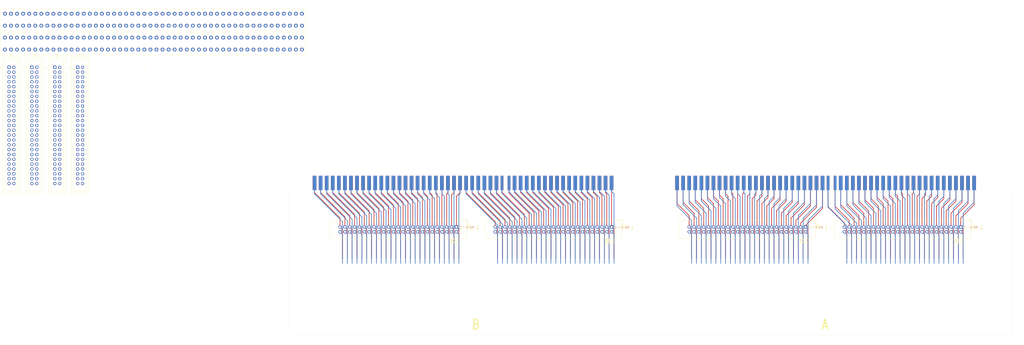
<source format=kicad_pcb>
(kicad_pcb (version 20221018) (generator pcbnew)
  (layers (0 "F.Cu" signal) (31 "B.Cu" signal) (34 "B.Paste" user) (35 "F.Paste" user) (36 "B.SilkS" user "B.Silkscreen") (37 "F.SilkS" user "F.Silkscreen") (38 "B.Mask" user) (39 "F.Mask" user) (44 "Edge.Cuts" user))
  (net 0 "")
  (net 1 "a01")
  (net 2 "a02")
  (net 3 "a03")
  (net 4 "a04")
  (net 5 "a05")
  (net 6 "a06")
  (net 7 "a07")
  (net 8 "a08")
  (net 9 "a09")
  (net 10 "a10")
  (net 11 "a11")
  (net 12 "a12")
  (net 13 "a13")
  (net 14 "a14")
  (net 15 "a15")
  (net 16 "a16")
  (net 17 "a17")
  (net 18 "a18")
  (net 19 "a19")
  (net 20 "a20")
  (net 21 "a21")
  (net 22 "a22")
  (net 23 "a23")
  (net 24 "a24")
  (net 25 "a25")
  (net 26 "a26")
  (net 27 "a27")
  (net 28 "a28")
  (net 29 "a29")
  (net 30 "a30")
  (net 31 "a31")
  (net 32 "a32")
  (net 33 "a33")
  (net 34 "a34")
  (net 35 "a35")
  (net 36 "a36")
  (net 37 "a37")
  (net 38 "a38")
  (net 39 "a39")
  (net 40 "a40")
  (net 41 "a41")
  (net 42 "a42")
  (net 43 "a43")
  (net 44 "a44")
  (net 45 "a45")
  (net 46 "a46")
  (net 47 "a47")
  (net 48 "a48")
  (net 49 "a49")
  (net 50 "a50")
  (net 51 "b01")
  (net 52 "b02")
  (net 53 "b03")
  (net 54 "b04")
  (net 55 "b05")
  (net 56 "b06")
  (net 57 "b07")
  (net 58 "b08")
  (net 59 "b09")
  (net 60 "b10")
  (net 61 "b11")
  (net 62 "b12")
  (net 63 "b13")
  (net 64 "b14")
  (net 65 "b15")
  (net 66 "b16")
  (net 67 "b17")
  (net 68 "b18")
  (net 69 "b19")
  (net 70 "b20")
  (net 71 "b21")
  (net 72 "b22")
  (net 73 "b23")
  (net 74 "b24")
  (net 75 "b25")
  (net 76 "b26")
  (net 77 "b27")
  (net 78 "b28")
  (net 79 "b29")
  (net 80 "b30")
  (net 81 "b31")
  (net 82 "b32")
  (net 83 "b33")
  (net 84 "b34")
  (net 85 "b35")
  (net 86 "b36")
  (net 87 "b37")
  (net 88 "b38")
  (net 89 "b39")
  (net 90 "b40")
  (net 91 "b41")
  (net 92 "b42")
  (net 93 "b43")
  (net 94 "b44")
  (net 95 "b45")
  (net 96 "b46")
  (net 97 "b47")
  (net 98 "b48")
  (net 99 "b49")
  (net 100 "b50")
  (net 101 "c01")
  (net 102 "c02")
  (net 103 "c03")
  (net 104 "c04")
  (net 105 "c05")
  (net 106 "c06")
  (net 107 "c07")
  (net 108 "c08")
  (net 109 "c09")
  (net 110 "c10")
  (net 111 "c11")
  (net 112 "c12")
  (net 113 "c13")
  (net 114 "c14")
  (net 115 "c15")
  (net 116 "c16")
  (net 117 "c17")
  (net 118 "c18")
  (net 119 "c19")
  (net 120 "c20")
  (net 121 "c21")
  (net 122 "c22")
  (net 123 "c23")
  (net 124 "c24")
  (net 125 "c25")
  (net 126 "c26")
  (net 127 "c27")
  (net 128 "c28")
  (net 129 "c29")
  (net 130 "c30")
  (net 131 "c31")
  (net 132 "c32")
  (net 133 "c33")
  (net 134 "c34")
  (net 135 "c35")
  (net 136 "c36")
  (net 137 "c37")
  (net 138 "c38")
  (net 139 "c39")
  (net 140 "c40")
  (net 141 "c41")
  (net 142 "c42")
  (net 143 "c43")
  (net 144 "c44")
  (net 145 "c45")
  (net 146 "c46")
  (net 147 "c47")
  (net 148 "c48")
  (net 149 "c49")
  (net 150 "c50")
  (net 151 "d01")
  (net 152 "d02")
  (net 153 "d03")
  (net 154 "d04")
  (net 155 "d05")
  (net 156 "d06")
  (net 157 "d07")
  (net 158 "d08")
  (net 159 "d09")
  (net 160 "d10")
  (net 161 "d11")
  (net 162 "d12")
  (net 163 "d13")
  (net 164 "d14")
  (net 165 "d15")
  (net 166 "d16")
  (net 167 "d17")
  (net 168 "d18")
  (net 169 "d19")
  (net 170 "d20")
  (net 171 "d21")
  (net 172 "d22")
  (net 173 "d23")
  (net 174 "d24")
  (net 175 "d25")
  (net 176 "d26")
  (net 177 "d27")
  (net 178 "d28")
  (net 179 "d29")
  (net 180 "d30")
  (net 181 "d31")
  (net 182 "d32")
  (net 183 "d33")
  (net 184 "d34")
  (net 185 "d35")
  (net 186 "d36")
  (net 187 "d37")
  (net 188 "d38")
  (net 189 "d39")
  (net 190 "d40")
  (net 191 "d41")
  (net 192 "d42")
  (net 193 "d43")
  (net 194 "d44")
  (net 195 "d45")
  (net 196 "d46")
  (net 197 "d47")
  (net 198 "d48")
  (net 199 "d49")
  (net 200 "d50")
  (footprint "Connector_IDC:IDC-Header_2x25_P2.54mm_Vertical" (layer "F.Cu") (at 114.173 54.7116 -90)
    (fp_text reference "X8")
    (fp_text value "Slot 2 B2")
  )
  (footprint "Connector_IDC:IDC-Header_2x25_P2.54mm_Vertical" (layer "F.Cu") (at -96.181 -29.059)
    (fp_text reference "X5")
    (fp_text value "Slot 2 A1")
  )
  (footprint "Connector_IDC:IDC-Header_2x25_P2.54mm_Vertical" (layer "F.Cu") (at -84.196 -29.059)
    (fp_text reference "X7")
    (fp_text value "Slot 2 B1")
  )
  (footprint "Connector_IDC:IDC-Header_2x25_P2.54mm_Vertical" (layer "F.Cu") (at 195.453 54.7116 -90)
    (fp_text reference "X6")
    (fp_text value "Slot 2 A2")
  )
  (footprint "Forgotten Machines:DG NOVA Backplane Connector" (layer "F.Cu") (at -44.831 -41.449)
    (fp_text reference "J2")
    (fp_text value "portCD")
  )
  (footprint "Connector_IDC:IDC-Header_2x25_P2.54mm_Vertical" (layer "F.Cu") (at 378.333 54.7116 -90)
    (fp_text reference "X2")
    (fp_text value "Slot 1 A2")
  )
  (footprint "Connector_IDC:IDC-Header_2x25_P2.54mm_Vertical" (layer "F.Cu") (at -108.166 -29.059)
    (fp_text reference "X3")
    (fp_text value "Slot 1 B1")
  )
  (footprint "Connector_IDC:IDC-Header_2x25_P2.54mm_Vertical" (layer "F.Cu") (at 297.053 54.7116 -90)
    (fp_text reference "X4")
    (fp_text value "Slot 1 B2" hide)
  )
  (footprint "local:portA_NovaMod" (layer "F.Cu") (at 385.318 31.623 180)
    (fp_text reference "J1")
    (fp_text value "portAB")
  )
  (footprint "local:portB_NovaMod" (layer "F.Cu") (at 195.453 31.623 180)
    (fp_text reference "J2")
    (fp_text value "portCD")
  )
  (footprint "Connector_IDC:IDC-Header_2x25_P2.54mm_Vertical" (layer "F.Cu") (at -120.151 -29.059)
    (fp_text reference "X1")
    (fp_text value "Slot 1 A1")
  )
  (footprint "Forgotten Machines:DG NOVA Backplane Connector" (layer "F.Cu") (at -44.831 -53.979)
    (fp_text reference "J1")
    (fp_text value "portAB")
  )
  (gr_line (start 119.634 54.737) (end 115.57 54.737) (stroke (width 0.12)) (layer "B.SilkS"))
  (gr_line (start 115.57 54.737) (end 116.332 53.721) (stroke (width 0.12)) (layer "B.SilkS"))
  (gr_line (start 197.612 53.848) (end 197.612 55.753) (stroke (width 0.12)) (layer "B.SilkS"))
  (gr_line (start 299.085 55.753) (end 298.323 54.737) (stroke (width 0.12)) (layer "B.SilkS"))
  (gr_line (start 298.323 54.737) (end 299.085 53.721) (stroke (width 0.12)) (layer "B.SilkS"))
  (gr_line (start 302.387 54.737) (end 298.323 54.737) (stroke (width 0.12)) (layer "B.SilkS"))
  (gr_line (start 299.085 53.721) (end 299.085 55.626) (stroke (width 0.12)) (layer "B.SilkS"))
  (gr_line (start 383.54 54.737) (end 379.476 54.737) (stroke (width 0.12)) (layer "B.SilkS"))
  (gr_line (start 299.085 55.626) (end 299.085 55.753) (stroke (width 0.12)) (layer "B.SilkS"))
  (gr_line (start 116.332 55.626) (end 116.332 55.753) (stroke (width 0.12)) (layer "B.SilkS"))
  (gr_line (start 380.238 55.753) (end 379.476 54.737) (stroke (width 0.12)) (layer "B.SilkS"))
  (gr_line (start 380.238 53.721) (end 380.238 55.626) (stroke (width 0.12)) (layer "B.SilkS"))
  (gr_line (start 197.612 55.88) (end 196.85 54.864) (stroke (width 0.12)) (layer "B.SilkS"))
  (gr_line (start 197.612 55.753) (end 197.612 55.88) (stroke (width 0.12)) (layer "B.SilkS"))
  (gr_line (start 380.238 55.626) (end 380.238 55.753) (stroke (width 0.12)) (layer "B.SilkS"))
  (gr_line (start 116.332 55.753) (end 115.57 54.737) (stroke (width 0.12)) (layer "B.SilkS"))
  (gr_line (start 200.914 54.864) (end 196.85 54.864) (stroke (width 0.12)) (layer "B.SilkS"))
  (gr_line (start 116.332 53.721) (end 116.332 55.626) (stroke (width 0.12)) (layer "B.SilkS"))
  (gr_line (start 379.476 54.737) (end 380.238 53.721) (stroke (width 0.12)) (layer "B.SilkS"))
  (gr_line (start 196.85 54.864) (end 197.612 53.848) (stroke (width 0.12)) (layer "B.SilkS"))
  (gr_line (start 201.041 54.7116) (end 197.231 54.7116) (stroke (width 0.12)) (layer "F.SilkS"))
  (gr_line (start 197.485 54.7116) (end 197.485 54.2036) (stroke (width 0.12)) (layer "F.SilkS"))
  (gr_line (start 197.485 55.4736) (end 197.485 54.7116) (stroke (width 0.12)) (layer "F.SilkS"))
  (gr_line (start 298.323 54.7116) (end 299.085 55.4736) (stroke (width 0.12)) (layer "F.SilkS"))
  (gr_line (start 380.365 53.9496) (end 379.603 54.7116) (stroke (width 0.12)) (layer "F.SilkS"))
  (gr_line (start 116.205 54.2036) (end 116.205 53.9496) (stroke (width 0.12)) (layer "F.SilkS"))
  (gr_line (start 379.603 54.7116) (end 380.365 55.4736) (stroke (width 0.12)) (layer "F.SilkS"))
  (gr_line (start 380.365 54.7116) (end 380.365 54.2036) (stroke (width 0.12)) (layer "F.SilkS"))
  (gr_line (start 380.365 55.4736) (end 380.365 54.7116) (stroke (width 0.12)) (layer "F.SilkS"))
  (gr_line (start 302.641 54.7116) (end 298.831 54.7116) (stroke (width 0.12)) (layer "F.SilkS"))
  (gr_line (start 197.231 54.7116) (end 196.723 54.7116) (stroke (width 0.12)) (layer "F.SilkS"))
  (gr_line (start 196.723 54.7116) (end 197.485 55.4736) (stroke (width 0.12)) (layer "F.SilkS"))
  (gr_line (start 299.085 53.9496) (end 298.323 54.7116) (stroke (width 0.12)) (layer "F.SilkS"))
  (gr_line (start 197.485 54.2036) (end 197.485 53.9496) (stroke (width 0.12)) (layer "F.SilkS"))
  (gr_line (start 299.085 54.7116) (end 299.085 54.2036) (stroke (width 0.12)) (layer "F.SilkS"))
  (gr_line (start 299.085 54.2036) (end 299.085 53.9496) (stroke (width 0.12)) (layer "F.SilkS"))
  (gr_line (start 380.111 54.7116) (end 379.603 54.7116) (stroke (width 0.12)) (layer "F.SilkS"))
  (gr_line (start 116.205 53.9496) (end 115.443 54.7116) (stroke (width 0.12)) (layer "F.SilkS"))
  (gr_line (start 116.205 55.4736) (end 116.205 54.7116) (stroke (width 0.12)) (layer "F.SilkS"))
  (gr_line (start 115.443 54.7116) (end 116.205 55.4736) (stroke (width 0.12)) (layer "F.SilkS"))
  (gr_line (start 119.761 54.7116) (end 115.951 54.7116) (stroke (width 0.12)) (layer "F.SilkS"))
  (gr_line (start 299.085 55.4736) (end 299.085 54.7116) (stroke (width 0.12)) (layer "F.SilkS"))
  (gr_line (start 115.951 54.7116) (end 115.443 54.7116) (stroke (width 0.12)) (layer "F.SilkS"))
  (gr_line (start 383.921 54.7116) (end 380.111 54.7116) (stroke (width 0.12)) (layer "F.SilkS"))
  (gr_line (start 116.205 54.7116) (end 116.205 54.2036) (stroke (width 0.12)) (layer "F.SilkS"))
  (gr_line (start 298.831 54.7116) (end 298.323 54.7116) (stroke (width 0.12)) (layer "F.SilkS"))
  (gr_line (start 380.365 54.2036) (end 380.365 53.9496) (stroke (width 0.12)) (layer "F.SilkS"))
  (gr_line (start 197.485 53.9496) (end 196.723 54.7116) (stroke (width 0.12)) (layer "F.SilkS"))
  (gr_line (start 311.023 36.703) (end 310.388 36.703) (stroke (width 0.05)) (layer "Edge.Cuts"))
  (gr_arc (start 385.953 27.178) (mid 386.402013 27.363987) (end 386.588 27.813) (stroke (width 0.05)) (layer "Edge.Cuts"))
  (gr_arc (start 197.358 34.798) (mid 196.908987 34.612013) (end 196.723 34.163) (stroke (width 0.05)) (layer "Edge.Cuts"))
  (gr_arc (start 196.088 27.178) (mid 196.537013 27.363987) (end 196.723 27.813) (stroke (width 0.05)) (layer "Edge.Cuts"))
  (gr_arc (start 387.223 34.798) (mid 386.773987 34.612013) (end 386.588 34.163) (stroke (width 0.05)) (layer "Edge.Cuts"))
  (gr_line (start 405.257 110.363) (end 405.257 35.433) (stroke (width 0.05)) (layer "Edge.Cuts"))
  (gr_line (start 26.289 110.363) (end 26.289 35.433) (stroke (width 0.05)) (layer "Edge.Cuts"))
  (gr_line (start 196.723 34.163) (end 196.723 27.813) (stroke (width 0.05)) (layer "Edge.Cuts"))
  (gr_arc (start 228.473 34.163) (mid 228.287013 34.612013) (end 227.838 34.798) (stroke (width 0.05)) (layer "Edge.Cuts"))
  (gr_line (start 309.118 27.178) (end 229.108 27.178) (stroke (width 0.05)) (layer "Edge.Cuts"))
  (gr_line (start 386.588 34.163) (end 386.588 27.813) (stroke (width 0.05)) (layer "Edge.Cuts"))
  (gr_arc (start 310.388 36.703) (mid 309.938987 36.517013) (end 309.753 36.068) (stroke (width 0.05)) (layer "Edge.Cuts"))
  (gr_line (start 228.473 34.163) (end 228.473 27.813) (stroke (width 0.05)) (layer "Edge.Cuts"))
  (gr_arc (start 309.118 27.178) (mid 309.567013 27.363987) (end 309.753 27.813) (stroke (width 0.05)) (layer "Edge.Cuts"))
  (gr_arc (start 138.303 27.178) (mid 138.752013 27.363987) (end 138.938 27.813) (stroke (width 0.05)) (layer "Edge.Cuts"))
  (gr_line (start 309.753 36.068) (end 309.753 27.813) (stroke (width 0.05)) (layer "Edge.Cuts"))
  (gr_line (start 26.924 110.998) (end 404.622 110.998) (stroke (width 0.05)) (layer "Edge.Cuts"))
  (gr_arc (start 26.924 110.998) (mid 26.474987 110.812013) (end 26.289 110.363) (stroke (width 0.05)) (layer "Edge.Cuts"))
  (gr_line (start 385.953 27.178) (end 312.293 27.178) (stroke (width 0.05)) (layer "Edge.Cuts"))
  (gr_line (start 138.303 27.178) (end 39.243 27.178) (stroke (width 0.05)) (layer "Edge.Cuts"))
  (gr_line (start 37.973 34.798) (end 26.924 34.798) (stroke (width 0.05)) (layer "Edge.Cuts"))
  (gr_line (start 38.608 27.813) (end 38.608 34.163) (stroke (width 0.05)) (layer "Edge.Cuts"))
  (gr_line (start 140.843 27.813) (end 140.843 36.068) (stroke (width 0.05)) (layer "Edge.Cuts"))
  (gr_line (start 404.622 34.798) (end 387.223 34.798) (stroke (width 0.05)) (layer "Edge.Cuts"))
  (gr_arc (start 311.658 36.068) (mid 311.472013 36.517013) (end 311.023 36.703) (stroke (width 0.05)) (layer "Edge.Cuts"))
  (gr_arc (start 405.257 110.363) (mid 405.071013 110.812013) (end 404.622 110.998) (stroke (width 0.05)) (layer "Edge.Cuts"))
  (gr_line (start 138.938 36.068) (end 138.938 27.813) (stroke (width 0.05)) (layer "Edge.Cuts"))
  (gr_line (start 196.088 27.178) (end 141.478 27.178) (stroke (width 0.05)) (layer "Edge.Cuts"))
  (gr_arc (start 404.622 34.798) (mid 405.071013 34.983987) (end 405.257 35.433) (stroke (width 0.05)) (layer "Edge.Cuts"))
  (gr_line (start 311.658 27.813) (end 311.658 36.068) (stroke (width 0.05)) (layer "Edge.Cuts"))
  (gr_arc (start 140.843 27.813) (mid 141.028987 27.363987) (end 141.478 27.178) (stroke (width 0.05)) (layer "Edge.Cuts"))
  (gr_line (start 140.208 36.703) (end 139.573 36.703) (stroke (width 0.05)) (layer "Edge.Cuts"))
  (gr_arc (start 139.573 36.703) (mid 139.123987 36.517013) (end 138.938 36.068) (stroke (width 0.05)) (layer "Edge.Cuts"))
  (gr_arc (start 26.289 35.433) (mid 26.474987 34.983987) (end 26.924 34.798) (stroke (width 0.05)) (layer "Edge.Cuts"))
  (gr_arc (start 311.658 27.813) (mid 311.843987 27.363987) (end 312.293 27.178) (stroke (width 0.05)) (layer "Edge.Cuts"))
  (gr_arc (start 140.843 36.068) (mid 140.657013 36.517013) (end 140.208 36.703) (stroke (width 0.05)) (layer "Edge.Cuts"))
  (gr_line (start 197.358 34.798) (end 227.838 34.798) (stroke (width 0.05)) (layer "Edge.Cuts"))
  (gr_arc (start 38.608 27.813) (mid 38.793987 27.363987) (end 39.243 27.178) (stroke (width 0.05)) (layer "Edge.Cuts"))
  (gr_arc (start 38.608 34.163) (mid 38.422013 34.612013) (end 37.973 34.798) (stroke (width 0.05)) (layer "Edge.Cuts"))
  (gr_arc (start 228.473 27.813) (mid 228.658987 27.363987) (end 229.108 27.178) (stroke (width 0.05)) (layer "Edge.Cuts"))
  (gr_text "Pin 1" (at 387.477 55.499) (layer "B.SilkS") (effects (font (size 1 1) (thickness 0.2) bold) (justify left bottom mirror)))
  (gr_text "Pin 1" (at 306.324 55.499) (layer "B.SilkS") (effects (font (size 1 1) (thickness 0.2) bold) (justify left bottom mirror)))
  (gr_text "Pin 1" (at 123.571 55.499) (layer "B.SilkS") (effects (font (size 1 1) (thickness 0.2) bold) (justify left bottom mirror)))
  (gr_text "Pin 1" (at 204.851 55.626) (layer "B.SilkS") (effects (font (size 1 1) (thickness 0.2) bold) (justify left bottom mirror)))
  (gr_text "B2.1" (at 113.284 62.2046) (layer "F.SilkS") (effects (font (size 2.032 1.524) (thickness 0.254))))
  (gr_text "B1.1" (at 194.564 62.2046) (layer "F.SilkS") (effects (font (size 2.032 1.524) (thickness 0.254))))
  (gr_text "Pin 1" (at 305.562 54.8386) (layer "F.SilkS") (effects (font (size 2.032 1.524) (thickness 0.254))))
  (gr_text "A2.1" (at 296.164 62.2046) (layer "F.SilkS") (effects (font (size 2.032 1.524) (thickness 0.254))))
  (gr_text "Pin 1" (at 122.809 54.9656) (layer "F.SilkS") (effects (font (size 2.032 1.524) (thickness 0.254))))
  (gr_text "A1.1" (at 377.444 62.2046) (layer "F.SilkS") (effects (font (size 2.032 1.524) (thickness 0.254))))
  (gr_text "B" (at 124.333 105.918) (layer "F.SilkS") (effects (font (size 5.08 4.064) (thickness 0.762))))
  (gr_text "Pin 1" (at 203.962 54.991) (layer "F.SilkS") (effects (font (size 2.032 1.524) (thickness 0.254))))
  (gr_text "Pin 1" (at 386.842 54.991) (layer "F.SilkS") (effects (font (size 2.032 1.524) (thickness 0.254))))
  (gr_text "A" (at 307.213 105.918) (layer "F.SilkS") (effects (font (size 5.08 4.064) (thickness 0.762))))
  (segment (start 374.523 55.9816) (end 373.253 54.7116) (width 0.35) (layer "F.Cu") (net 0))
  (segment (start 333.883 71.2216) (end 333.883 55.9816) (width 0.35) (layer "F.Cu") (net 0))
  (segment (start 83.693 42.418) (end 77.978 36.703) (width 0.35) (layer "F.Cu") (net 0))
  (segment (start 98.933 38.608) (end 97.028 36.703) (width 0.35) (layer "F.Cu") (net 0))
  (segment (start 321.818 41.783) (end 321.818 31.623) (width 0.35) (layer "F.Cu") (net 0))
  (segment (start 55.753 49.403) (end 43.053 36.703) (width 0.35) (layer "F.Cu") (net 0))
  (segment (start 187.833 38.608) (end 185.928 36.703) (width 0.35) (layer "F.Cu") (net 0))
  (segment (start 354.203 55.9816) (end 352.933 54.7116) (width 0.35) (layer "F.Cu") (net 0))
  (segment (start 267.843 37.338) (end 267.843 31.623) (width 0.35) (layer "F.Cu") (net 0))
  (segment (start 370.713 46.228) (end 375.793 41.148) (width 0.35) (layer "F.Cu") (net 0))
  (segment (start 191.643 71.2216) (end 191.643 55.9816) (width 0.35) (layer "F.Cu") (net 0))
  (segment (start 53.213 50.038) (end 53.213 54.7116) (width 0.35) (layer "F.Cu") (net 0))
  (segment (start 337.693 38.608) (end 337.693 31.623) (width 0.35) (layer "F.Cu") (net 0))
  (segment (start 251.333 41.148) (end 251.333 54.7116) (width 0.35) (layer "F.Cu") (net 0))
  (segment (start 317.373 52.578) (end 308.864 44.069) (width 0.35) (layer "F.Cu") (net 0))
  (segment (start 54.483 71.2216) (end 54.483 55.9816) (width 0.35) (layer "F.Cu") (net 0))
  (segment (start 315.468 43.053) (end 315.468 31.623) (width 0.35) (layer "F.Cu") (net 0))
  (segment (start 137.033 51.308) (end 137.033 54.7116) (width 0.35) (layer "F.Cu") (net 0))
  (segment (start 271.018 37.973) (end 271.018 31.623) (width 0.35) (layer "F.Cu") (net 0))
  (segment (start 194.183 71.2216) (end 194.183 55.9816) (width 0.35) (layer "F.Cu") (net 0))
  (segment (start 337.693 42.418) (end 334.518 39.243) (width 0.35) (layer "F.Cu") (net 0))
  (segment (start 288.163 71.2216) (end 288.163 55.9816) (width 0.35) (layer "F.Cu") (net 0))
  (segment (start 166.243 55.9816) (end 164.973 54.7116) (width 0.35) (layer "F.Cu") (net 0))
  (segment (start 358.013 39.878) (end 359.918 37.973) (width 0.35) (layer "F.Cu") (net 0))
  (segment (start 264.668 36.703) (end 264.668 31.623) (width 0.35) (layer "F.Cu") (net 0))
  (segment (start 318.643 55.9816) (end 317.373 54.7116) (width 0.35) (layer "F.Cu") (net 0))
  (segment (start 370.713 46.228) (end 370.713 54.7116) (width 0.35) (layer "F.Cu") (net 0))
  (segment (start 258.953 37.338) (end 258.953 54.7116) (width 0.35) (layer "F.Cu") (net 0))
  (segment (start 190.373 37.973) (end 189.103 36.703) (width 0.35) (layer "F.Cu") (net 0))
  (segment (start 109.093 37.338) (end 109.728 36.703) (width 0.35) (layer "F.Cu") (net 0))
  (segment (start 262.763 71.2216) (end 262.763 55.9816) (width 0.35) (layer "F.Cu") (net 0))
  (segment (start 286.893 41.148) (end 286.893 31.623) (width 0.35) (layer "F.Cu") (net 0))
  (segment (start 266.573 38.608) (end 266.573 54.7116) (width 0.35) (layer "F.Cu") (net 0))
  (segment (start 251.333 41.148) (end 248.793 38.608) (width 0.35) (layer "F.Cu") (net 0))
  (segment (start 187.833 54.7116) (end 189.103 55.9816) (width 0.35) (layer "F.Cu") (net 0))
  (segment (start 322.453 50.038) (end 315.468 43.053) (width 0.35) (layer "F.Cu") (net 0))
  (segment (start 116.078 36.703) (end 116.078 31.623) (width 0.35) (layer "F.Cu") (net 0))
  (segment (start 112.903 55.9816) (end 111.633 54.7116) (width 0.35) (layer "F.Cu") (net 0))
  (segment (start 82.423 55.9816) (end 81.153 54.7116) (width 0.35) (layer "F.Cu") (net 0))
  (segment (start 298.323 55.9816) (end 297.053 54.7116) (width 0.35) (layer "F.Cu") (net 0))
  (segment (start 196.723 71.2216) (end 196.723 55.9816) (width 0.35) (layer "F.Cu") (net 0))
  (segment (start 274.193 42.418) (end 274.193 54.7116) (width 0.35) (layer "F.Cu") (net 0))
  (segment (start 340.868 37.973) (end 340.868 31.623) (width 0.35) (layer "F.Cu") (net 0))
  (segment (start 59.563 71.2216) (end 59.563 55.9816) (width 0.35) (layer "F.Cu") (net 0))
  (segment (start 104.013 37.338) (end 103.378 36.703) (width 0.35) (layer "F.Cu") (net 0))
  (segment (start 65.913 46.863) (end 55.753 36.703) (width 0.35) (layer "F.Cu") (net 0))
  (segment (start 154.178 36.703) (end 154.178 31.623) (width 0.35) (layer "F.Cu") (net 0))
  (segment (start 253.873 39.878) (end 253.873 54.7116) (width 0.35) (layer "F.Cu") (net 0))
  (segment (start 69.723 55.9816) (end 68.453 54.7116) (width 0.35) (layer "F.Cu") (net 0))
  (segment (start 345.313 38.608) (end 345.313 54.7116) (width 0.35) (layer "F.Cu") (net 0))
  (segment (start 347.853 37.338) (end 347.853 54.7116) (width 0.35) (layer "F.Cu") (net 0))
  (segment (start 266.573 38.608) (end 267.843 37.338) (width 0.35) (layer "F.Cu") (net 0))
  (segment (start 277.368 39.243) (end 277.368 31.623) (width 0.35) (layer "F.Cu") (net 0))
  (segment (start 163.703 71.2216) (end 163.703 55.9816) (width 0.35) (layer "F.Cu") (net 0))
  (segment (start 302.768 44.323) (end 302.768 31.623) (width 0.35) (layer "F.Cu") (net 0))
  (segment (start 157.353 36.703) (end 157.353 31.623) (width 0.35) (layer "F.Cu") (net 0))
  (segment (start 232.918 41.783) (end 232.918 31.623) (width 0.35) (layer "F.Cu") (net 0))
  (segment (start 244.983 71.2216) (end 244.983 55.9816) (width 0.35) (layer "F.Cu") (net 0))
  (segment (start 358.013 39.878) (end 358.013 54.7116) (width 0.35) (layer "F.Cu") (net 0))
  (segment (start 177.673 54.7116) (end 178.943 55.9816) (width 0.35) (layer "F.Cu") (net 0))
  (segment (start 324.993 41.148) (end 324.993 31.623) (width 0.35) (layer "F.Cu") (net 0))
  (segment (start 377.063 55.9816) (end 375.793 54.7116) (width 0.35) (layer "F.Cu") (net 0))
  (segment (start 134.493 51.943) (end 134.493 54.7116) (width 0.35) (layer "F.Cu") (net 0))
  (segment (start 95.123 71.2216) (end 95.123 55.9816) (width 0.35) (layer "F.Cu") (net 0))
  (segment (start 229.743 42.418) (end 229.743 31.623) (width 0.35) (layer "F.Cu") (net 0))
  (segment (start 112.903 71.2216) (end 112.903 55.9816) (width 0.35) (layer "F.Cu") (net 0))
  (segment (start 170.053 43.053) (end 170.053 54.7116) (width 0.35) (layer "F.Cu") (net 0))
  (segment (start 351.663 55.9816) (end 351.663 71.2216) (width 0.35) (layer "F.Cu") (net 0))
  (segment (start 373.253 47.498) (end 378.968 41.783) (width 0.35) (layer "F.Cu") (net 0))
  (segment (start 360.553 41.148) (end 363.093 38.608) (width 0.35) (layer "F.Cu") (net 0))
  (segment (start 378.333 50.038) (end 378.333 54.7116) (width 0.35) (layer "F.Cu") (net 0))
  (segment (start 79.883 71.2216) (end 79.883 55.9816) (width 0.35) (layer "F.Cu") (net 0))
  (segment (start 280.543 39.878) (end 280.543 31.623) (width 0.35) (layer "F.Cu") (net 0))
  (segment (start 258.318 36.703) (end 258.318 31.623) (width 0.35) (layer "F.Cu") (net 0))
  (segment (start 104.013 37.338) (end 104.013 54.7116) (width 0.35) (layer "F.Cu") (net 0))
  (segment (start 95.123 55.9816) (end 93.853 54.7116) (width 0.35) (layer "F.Cu") (net 0))
  (segment (start 111.633 37.973) (end 111.633 54.7116) (width 0.35) (layer "F.Cu") (net 0))
  (segment (start 264.033 37.338) (end 264.668 36.703) (width 0.35) (layer "F.Cu") (net 0))
  (segment (start 87.503 55.9816) (end 87.503 71.2216) (width 0.35) (layer "F.Cu") (net 0))
  (segment (start 164.973 44.323) (end 157.353 36.703) (width 0.35) (layer "F.Cu") (net 0))
  (segment (start 361.823 55.9816) (end 361.823 71.2216) (width 0.35) (layer "F.Cu") (net 0))
  (segment (start 125.603 36.703) (end 125.603 31.623) (width 0.35) (layer "F.Cu") (net 0))
  (segment (start 64.643 55.9816) (end 63.373 54.7116) (width 0.35) (layer "F.Cu") (net 0))
  (segment (start 164.973 44.323) (end 164.973 54.7116) (width 0.35) (layer "F.Cu") (net 0))
  (segment (start 58.293 48.768) (end 46.228 36.703) (width 0.35) (layer "F.Cu") (net 0))
  (segment (start 318.643 42.418) (end 318.643 31.623) (width 0.35) (layer "F.Cu") (net 0))
  (segment (start 379.603 55.9816) (end 378.333 54.7116) (width 0.35) (layer "F.Cu") (net 0))
  (segment (start 156.083 71.2216) (end 156.083 55.9816) (width 0.35) (layer "F.Cu") (net 0))
  (segment (start 96.393 39.243) (end 96.393 54.7116) (width 0.35) (layer "F.Cu") (net 0))
  (segment (start 73.533 44.958) (end 73.533 54.7116) (width 0.35) (layer "F.Cu") (net 0))
  (segment (start 371.983 55.9816) (end 371.983 71.2216) (width 0.35) (layer "F.Cu") (net 0))
  (segment (start 340.233 41.148) (end 337.693 38.608) (width 0.35) (layer "F.Cu") (net 0))
  (segment (start 377.063 71.2216) (end 377.063 55.9816) (width 0.35) (layer "F.Cu") (net 0))
  (segment (start 290.068 41.783) (end 290.068 31.623) (width 0.35) (layer "F.Cu") (net 0))
  (segment (start 147.193 48.768) (end 135.128 36.703) (width 0.35) (layer "F.Cu") (net 0))
  (segment (start 68.453 46.228) (end 68.453 54.7116) (width 0.35) (layer "F.Cu") (net 0))
  (segment (start 173.228 36.703) (end 173.228 31.623) (width 0.35) (layer "F.Cu") (net 0))
  (segment (start 289.433 54.7116) (end 290.703 55.9816) (width 0.35) (layer "F.Cu") (net 0))
  (segment (start 140.843 55.9816) (end 139.573 54.7116) (width 0.35) (layer "F.Cu") (net 0))
  (segment (start 337.693 42.418) (end 337.693 54.7116) (width 0.35) (layer "F.Cu") (net 0))
  (segment (start 270.383 55.9816) (end 270.383 71.2216) (width 0.35) (layer "F.Cu") (net 0))
  (segment (start 364.363 71.2216) (end 364.363 55.9816) (width 0.35) (layer "F.Cu") (net 0))
  (segment (start 177.673 41.148) (end 177.673 54.7116) (width 0.35) (layer "F.Cu") (net 0))
  (segment (start 107.823 55.9816) (end 107.823 71.2216) (width 0.35) (layer "F.Cu") (net 0))
  (segment (start 86.233 41.783) (end 86.233 54.7116) (width 0.35) (layer "F.Cu") (net 0))
  (segment (start 192.913 37.338) (end 192.913 54.7116) (width 0.35) (layer "F.Cu") (net 0))
  (segment (start 128.778 36.703) (end 128.778 31.623) (width 0.35) (layer "F.Cu") (net 0))
  (segment (start 74.803 71.2216) (end 74.803 55.9816) (width 0.35) (layer "F.Cu") (net 0))
  (segment (start 323.723 55.9816) (end 322.453 54.7116) (width 0.35) (layer "F.Cu") (net 0))
  (segment (start 279.273 44.958) (end 283.718 40.513) (width 0.35) (layer "F.Cu") (net 0))
  (segment (start 93.853 39.878) (end 93.853 54.7116) (width 0.35) (layer "F.Cu") (net 0))
  (segment (start 241.173 46.228) (end 236.093 41.148) (width 0.35) (layer "F.Cu") (net 0))
  (segment (start 242.443 55.9816) (end 241.173 54.7116) (width 0.35) (layer "F.Cu") (net 0))
  (segment (start 137.033 51.308) (end 122.428 36.703) (width 0.35) (layer "F.Cu") (net 0))
  (segment (start 101.473 54.7116) (end 102.743 55.9816) (width 0.35) (layer "F.Cu") (net 0))
  (segment (start 294.513 52.578) (end 302.768 44.323) (width 0.35) (layer "F.Cu") (net 0))
  (segment (start 319.913 51.308) (end 319.913 54.7116) (width 0.35) (layer "F.Cu") (net 0))
  (segment (start 177.673 41.148) (end 173.228 36.703) (width 0.35) (layer "F.Cu") (net 0))
  (segment (start 106.553 54.7116) (end 107.823 55.9816) (width 0.35) (layer "F.Cu") (net 0))
  (segment (start 176.403 71.2216) (end 176.403 55.9816) (width 0.35) (layer "F.Cu") (net 0))
  (segment (start 355.473 54.7116) (end 356.743 55.9816) (width 0.35) (layer "F.Cu") (net 0))
  (segment (start 141.732 36.957) (end 141.732 31.623) (width 0.35) (layer "F.Cu") (net 0))
  (segment (start 261.493 54.7116) (end 261.493 31.623) (width 0.35) (layer "F.Cu") (net 0))
  (segment (start 281.813 46.228) (end 281.813 54.7116) (width 0.35) (layer "F.Cu") (net 0))
  (segment (start 179.578 36.703) (end 179.578 31.623) (width 0.35) (layer "F.Cu") (net 0))
  (segment (start 105.283 71.2216) (end 105.283 55.9816) (width 0.35) (layer "F.Cu") (net 0))
  (segment (start 102.743 55.9816) (end 102.743 71.2216) (width 0.35) (layer "F.Cu") (net 0))
  (segment (start 370.713 54.7116) (end 371.983 55.9816) (width 0.35) (layer "F.Cu") (net 0))
  (segment (start 236.093 48.768) (end 236.093 54.7116) (width 0.35) (layer "F.Cu") (net 0))
  (segment (start 269.113 54.7116) (end 270.383 55.9816) (width 0.35) (layer "F.Cu") (net 0))
  (segment (start 79.883 55.9816) (end 78.613 54.7116) (width 0.35) (layer "F.Cu") (net 0))
  (segment (start 96.393 39.243) (end 93.853 36.703) (width 0.35) (layer "F.Cu") (net 0))
  (segment (start 81.153 43.053) (end 81.153 54.7116) (width 0.35) (layer "F.Cu") (net 0))
  (segment (start 334.518 39.243) (end 334.518 31.623) (width 0.35) (layer "F.Cu") (net 0))
  (segment (start 345.313 38.608) (end 344.043 37.338) (width 0.35) (layer "F.Cu") (net 0))
  (segment (start 248.793 38.608) (end 248.793 31.623) (width 0.35) (layer "F.Cu") (net 0))
  (segment (start 68.453 46.228) (end 58.928 36.703) (width 0.35) (layer "F.Cu") (net 0))
  (segment (start 115.443 71.2216) (end 115.443 55.9816) (width 0.35) (layer "F.Cu") (net 0))
  (segment (start 196.723 55.9816) (end 195.453 54.7116) (width 0.35) (layer "F.Cu") (net 0))
  (segment (start 122.428 36.703) (end 122.428 31.623) (width 0.35) (layer "F.Cu") (net 0))
  (segment (start 62.103 55.9816) (end 60.833 54.7116) (width 0.35) (layer "F.Cu") (net 0))
  (segment (start 182.753 36.703) (end 182.753 31.623) (width 0.35) (layer "F.Cu") (net 0))
  (segment (start 276.733 43.688) (end 276.733 54.7116) (width 0.35) (layer "F.Cu") (net 0))
  (segment (start 49.403 36.703) (end 49.403 31.623) (width 0.35) (layer "F.Cu") (net 0))
  (segment (start 176.403 55.9816) (end 175.133 54.7116) (width 0.35) (layer "F.Cu") (net 0))
  (segment (start 271.653 41.148) (end 274.193 38.608) (width 0.35) (layer "F.Cu") (net 0))
  (segment (start 326.263 55.9816) (end 324.993 54.7116) (width 0.35) (layer "F.Cu") (net 0))
  (segment (start 143.383 71.2216) (end 143.383 55.9816) (width 0.35) (layer "F.Cu") (net 0))
  (segment (start 70.993 45.593) (end 62.103 36.703) (width 0.35) (layer "F.Cu") (net 0))
  (segment (start 185.928 36.703) (end 185.928 31.623) (width 0.35) (layer "F.Cu") (net 0))
  (segment (start 147.193 48.768) (end 147.193 54.7116) (width 0.35) (layer "F.Cu") (net 0))
  (segment (start 265.303 55.9816) (end 264.033 54.7116) (width 0.35) (layer "F.Cu") (net 0))
  (segment (start 368.173 44.958) (end 372.618 40.513) (width 0.35) (layer "F.Cu") (net 0))
  (segment (start 331.343 55.9816) (end 330.073 54.7116) (width 0.35) (layer "F.Cu") (net 0))
  (segment (start 291.973 51.308) (end 299.593 43.688) (width 0.35) (layer "F.Cu") (net 0))
  (segment (start 251.968 37.973) (end 251.968 31.623) (width 0.35) (layer "F.Cu") (net 0))
  (segment (start 97.028 36.703) (end 97.028 31.623) (width 0.35) (layer "F.Cu") (net 0))
  (segment (start 289.433 50.038) (end 289.433 54.7116) (width 0.35) (layer "F.Cu") (net 0))
  (segment (start 256.413 38.608) (end 255.143 37.338) (width 0.35) (layer "F.Cu") (net 0))
  (segment (start 194.183 55.9816) (end 192.913 54.7116) (width 0.35) (layer "F.Cu") (net 0))
  (segment (start 246.253 43.688) (end 242.443 39.878) (width 0.35) (layer "F.Cu") (net 0))
  (segment (start 378.968 41.783) (end 378.968 31.623) (width 0.35) (layer "F.Cu") (net 0))
  (segment (start 327.533 47.498) (end 321.818 41.783) (width 0.35) (layer "F.Cu") (net 0))
  (segment (start 360.553 54.7116) (end 361.823 55.9816) (width 0.35) (layer "F.Cu") (net 0))
  (segment (start 317.373 52.578) (end 317.373 54.7116) (width 0.35) (layer "F.Cu") (net 0))
  (segment (start 98.933 38.608) (end 98.933 54.7116) (width 0.35) (layer "F.Cu") (net 0))
  (segment (start 88.773 41.148) (end 88.773 54.7116) (width 0.35) (layer "F.Cu") (net 0))
  (segment (start 142.113 50.038) (end 128.778 36.703) (width 0.35) (layer "F.Cu") (net 0))
  (segment (start 237.363 55.9816) (end 236.093 54.7116) (width 0.35) (layer "F.Cu") (net 0))
  (segment (start 283.083 71.2216) (end 283.083 55.9816) (width 0.35) (layer "F.Cu") (net 0))
  (segment (start 279.273 44.958) (end 279.273 54.7116) (width 0.35) (layer "F.Cu") (net 0))
  (segment (start 182.753 54.7116) (end 184.023 55.9816) (width 0.35) (layer "F.Cu") (net 0))
  (segment (start 195.453 54.7116) (end 195.453 31.623) (width 0.35) (layer "F.Cu") (net 0))
  (segment (start 180.213 40.513) (end 180.213 54.7116) (width 0.35) (layer "F.Cu") (net 0))
  (segment (start 279.273 54.7116) (end 280.543 55.9816) (width 0.35) (layer "F.Cu") (net 0))
  (segment (start 189.103 55.9816) (end 189.103 71.2216) (width 0.35) (layer "F.Cu") (net 0))
  (segment (start 363.093 42.418) (end 366.268 39.243) (width 0.35) (layer "F.Cu") (net 0))
  (segment (start 284.353 47.498) (end 284.353 54.7116) (width 0.35) (layer "F.Cu") (net 0))
  (segment (start 161.163 71.2216) (end 161.163 55.9816) (width 0.35) (layer "F.Cu") (net 0))
  (segment (start 77.343 71.2216) (end 77.343 55.9816) (width 0.35) (layer "F.Cu") (net 0))
  (segment (start 264.033 37.338) (end 264.033 54.7116) (width 0.35) (layer "F.Cu") (net 0))
  (segment (start 344.043 37.338) (end 344.043 31.623) (width 0.35) (layer "F.Cu") (net 0))
  (segment (start 58.928 36.703) (end 58.928 31.623) (width 0.35) (layer "F.Cu") (net 0))
  (segment (start 152.273 47.498) (end 141.732 36.957) (width 0.35) (layer "F.Cu") (net 0))
  (segment (start 274.193 42.418) (end 277.368 39.243) (width 0.35) (layer "F.Cu") (net 0))
  (segment (start 248.793 42.418) (end 245.618 39.243) (width 0.35) (layer "F.Cu") (net 0))
  (segment (start 359.283 71.2216) (end 359.283 55.9816) (width 0.35) (layer "F.Cu") (net 0))
  (segment (start 378.333 50.038) (end 385.318 43.053) (width 0.35) (layer "F.Cu") (net 0))
  (segment (start 46.228 36.703) (end 46.228 31.623) (width 0.35) (layer "F.Cu") (net 0))
  (segment (start 252.603 71.2216) (end 252.603 55.9816) (width 0.35) (layer "F.Cu") (net 0))
  (segment (start 64.643 71.2216) (end 64.643 55.9816) (width 0.35) (layer "F.Cu") (net 0))
  (segment (start 91.313 54.7116) (end 92.583 55.9816) (width 0.35) (layer "F.Cu") (net 0))
  (segment (start 114.173 38.608) (end 114.173 54.7116) (width 0.35) (layer "F.Cu") (net 0))
  (segment (start 76.073 44.323) (end 68.453 36.703) (width 0.35) (layer "F.Cu") (net 0))
  (segment (start 338.963 71.2216) (end 338.963 55.9816) (width 0.35) (layer "F.Cu") (net 0))
  (segment (start 321.183 71.2216) (end 321.183 55.9816) (width 0.35) (layer "F.Cu") (net 0))
  (segment (start 39.878 36.703) (end 53.213 50.038) (width 0.35) (layer "F.Cu") (net 0))
  (segment (start 350.393 54.7116) (end 350.393 31.623) (width 0.35) (layer "F.Cu") (net 0))
  (segment (start 161.163 55.9816) (end 159.893 54.7116) (width 0.35) (layer "F.Cu") (net 0))
  (segment (start 144.653 49.403) (end 144.653 54.7116) (width 0.35) (layer "F.Cu") (net 0))
  (segment (start 100.203 36.703) (end 100.203 31.623) (width 0.35) (layer "F.Cu") (net 0))
  (segment (start 291.973 51.308) (end 291.973 54.7116) (width 0.35) (layer "F.Cu") (net 0))
  (segment (start 167.513 43.688) (end 160.528 36.703) (width 0.35) (layer "F.Cu") (net 0))
  (segment (start 242.443 39.878) (end 242.443 31.623) (width 0.35) (layer "F.Cu") (net 0))
  (segment (start 163.703 36.703) (end 163.703 31.623) (width 0.35) (layer "F.Cu") (net 0))
  (segment (start 176.403 36.703) (end 176.403 31.623) (width 0.35) (layer "F.Cu") (net 0))
  (segment (start 57.023 55.9816) (end 55.753 54.7116) (width 0.35) (layer "F.Cu") (net 0))
  (segment (start 112.903 36.703) (end 112.903 31.623) (width 0.35) (layer "F.Cu") (net 0))
  (segment (start 375.793 48.768) (end 382.143 42.418) (width 0.35) (layer "F.Cu") (net 0))
  (segment (start 285.623 55.9816) (end 285.623 71.2216) (width 0.35) (layer "F.Cu") (net 0))
  (segment (start 356.743 37.338) (end 356.743 31.623) (width 0.35) (layer "F.Cu") (net 0))
  (segment (start 293.243 42.418) (end 293.243 31.623) (width 0.35) (layer "F.Cu") (net 0))
  (segment (start 162.433 44.958) (end 162.433 54.7116) (width 0.35) (layer "F.Cu") (net 0))
  (segment (start 331.343 39.878) (end 331.343 31.623) (width 0.35) (layer "F.Cu") (net 0))
  (segment (start 144.653 49.403) (end 131.953 36.703) (width 0.35) (layer "F.Cu") (net 0))
  (segment (start 352.933 37.338) (end 353.568 36.703) (width 0.35) (layer "F.Cu") (net 0))
  (segment (start 248.793 42.418) (end 248.793 54.7116) (width 0.35) (layer "F.Cu") (net 0))
  (segment (start 289.433 50.038) (end 296.418 43.053) (width 0.35) (layer "F.Cu") (net 0))
  (segment (start 160.528 36.703) (end 160.528 31.623) (width 0.35) (layer "F.Cu") (net 0))
  (segment (start 54.483 55.9816) (end 53.213 54.7116) (width 0.35) (layer "F.Cu") (net 0))
  (segment (start 87.503 36.703) (end 87.503 31.623) (width 0.35) (layer "F.Cu") (net 0))
  (segment (start 148.463 55.9816) (end 147.193 54.7116) (width 0.35) (layer "F.Cu") (net 0))
  (segment (start 284.353 54.7116) (end 285.623 55.9816) (width 0.35) (layer "F.Cu") (net 0))
  (segment (start 241.173 46.228) (end 241.173 54.7116) (width 0.35) (layer "F.Cu") (net 0))
  (segment (start 369.443 71.2216) (end 369.443 55.9816) (width 0.35) (layer "F.Cu") (net 0))
  (segment (start 242.443 71.2216) (end 242.443 55.9816) (width 0.35) (layer "F.Cu") (net 0))
  (segment (start 83.693 42.418) (end 83.693 54.7116) (width 0.35) (layer "F.Cu") (net 0))
  (segment (start 324.993 48.768) (end 324.993 54.7116) (width 0.35) (layer "F.Cu") (net 0))
  (segment (start 110.363 71.2216) (end 110.363 55.9816) (width 0.35) (layer "F.Cu") (net 0))
  (segment (start 156.083 55.9816) (end 154.813 54.7116) (width 0.35) (layer "F.Cu") (net 0))
  (segment (start 295.783 71.2216) (end 295.783 55.9816) (width 0.35) (layer "F.Cu") (net 0))
  (segment (start 149.733 48.133) (end 149.733 54.7116) (width 0.35) (layer "F.Cu") (net 0))
  (segment (start 331.343 71.2216) (end 331.343 55.9816) (width 0.35) (layer "F.Cu") (net 0))
  (segment (start 327.533 47.498) (end 327.533 54.7116) (width 0.35) (layer "F.Cu") (net 0))
  (segment (start 267.843 71.2216) (end 267.843 55.9816) (width 0.35) (layer "F.Cu") (net 0))
  (segment (start 139.573 50.673) (end 139.573 54.7116) (width 0.35) (layer "F.Cu") (net 0))
  (segment (start 178.943 55.9816) (end 178.943 71.2216) (width 0.35) (layer "F.Cu") (net 0))
  (segment (start 328.803 55.9816) (end 327.533 54.7116) (width 0.35) (layer "F.Cu") (net 0))
  (segment (start 78.613 43.688) (end 71.628 36.703) (width 0.35) (layer "F.Cu") (net 0))
  (segment (start 269.113 39.878) (end 271.018 37.973) (width 0.35) (layer "F.Cu") (net 0))
  (segment (start 171.323 55.9816) (end 170.053 54.7116) (width 0.35) (layer "F.Cu") (net 0))
  (segment (start 96.393 54.7116) (end 97.663 55.9816) (width 0.35) (layer "F.Cu") (net 0))
  (segment (start 60.833 48.133) (end 60.833 54.7116) (width 0.35) (layer "F.Cu") (net 0))
  (segment (start 355.473 38.608) (end 356.743 37.338) (width 0.35) (layer "F.Cu") (net 0))
  (segment (start 159.893 45.593) (end 159.893 54.7116) (width 0.35) (layer "F.Cu") (net 0))
  (segment (start 167.513 54.7116) (end 168.783 55.9816) (width 0.35) (layer "F.Cu") (net 0))
  (segment (start 247.523 55.9816) (end 246.253 54.7116) (width 0.35) (layer "F.Cu") (net 0))
  (segment (start 281.813 46.228) (end 286.893 41.148) (width 0.35) (layer "F.Cu") (net 0))
  (segment (start 335.153 43.688) (end 331.343 39.878) (width 0.35) (layer "F.Cu") (net 0))
  (segment (start 335.153 43.688) (end 335.153 54.7116) (width 0.35) (layer "F.Cu") (net 0))
  (segment (start 286.893 48.768) (end 286.893 54.7116) (width 0.35) (layer "F.Cu") (net 0))
  (segment (start 90.678 36.703) (end 90.678 31.623) (width 0.35) (layer "F.Cu") (net 0))
  (segment (start 100.203 55.9816) (end 98.933 54.7116) (width 0.35) (layer "F.Cu") (net 0))
  (segment (start 192.913 37.338) (end 192.278 36.703) (width 0.35) (layer "F.Cu") (net 0))
  (segment (start 103.378 36.703) (end 103.378 31.623) (width 0.35) (layer "F.Cu") (net 0))
  (segment (start 184.023 55.9816) (end 184.023 71.2216) (width 0.35) (layer "F.Cu") (net 0))
  (segment (start 101.473 37.973) (end 101.473 54.7116) (width 0.35) (layer "F.Cu") (net 0))
  (segment (start 138.049 36.449) (end 138.049 31.623) (width 0.35) (layer "F.Cu") (net 0))
  (segment (start 274.193 54.7116) (end 275.463 55.9816) (width 0.35) (layer "F.Cu") (net 0))
  (segment (start 284.353 47.498) (end 290.068 41.783) (width 0.35) (layer "F.Cu") (net 0))
  (segment (start 70.993 45.593) (end 70.993 54.7116) (width 0.35) (layer "F.Cu") (net 0))
  (segment (start 139.573 50.673) (end 125.603 36.703) (width 0.35) (layer "F.Cu") (net 0))
  (segment (start 67.183 55.9816) (end 65.913 54.7116) (width 0.35) (layer "F.Cu") (net 0))
  (segment (start 185.293 39.243) (end 185.293 54.7116) (width 0.35) (layer "F.Cu") (net 0))
  (segment (start 382.143 42.418) (end 382.143 31.623) (width 0.35) (layer "F.Cu") (net 0))
  (segment (start 93.853 36.703) (end 93.853 31.623) (width 0.35) (layer "F.Cu") (net 0))
  (segment (start 366.903 55.9816) (end 366.903 71.2216) (width 0.35) (layer "F.Cu") (net 0))
  (segment (start 149.733 48.133) (end 138.049 36.449) (width 0.35) (layer "F.Cu") (net 0))
  (segment (start 359.918 37.973) (end 359.918 31.623) (width 0.35) (layer "F.Cu") (net 0))
  (segment (start 328.168 40.513) (end 328.168 31.623) (width 0.35) (layer "F.Cu") (net 0))
  (segment (start 298.323 71.2216) (end 298.323 55.9816) (width 0.35) (layer "F.Cu") (net 0))
  (segment (start 324.993 48.768) (end 318.643 42.418) (width 0.35) (layer "F.Cu") (net 0))
  (segment (start 349.123 71.2216) (end 349.123 55.9816) (width 0.35) (layer "F.Cu") (net 0))
  (segment (start 379.603 71.2216) (end 379.603 55.9816) (width 0.35) (layer "F.Cu") (net 0))
  (segment (start 86.233 54.7116) (end 87.503 55.9816) (width 0.35) (layer "F.Cu") (net 0))
  (segment (start 323.723 71.2216) (end 323.723 55.9816) (width 0.35) (layer "F.Cu") (net 0))
  (segment (start 375.793 41.148) (end 375.793 31.623) (width 0.35) (layer "F.Cu") (net 0))
  (segment (start 286.893 48.768) (end 293.243 42.418) (width 0.35) (layer "F.Cu") (net 0))
  (segment (start 347.853 37.338) (end 347.218 36.703) (width 0.35) (layer "F.Cu") (net 0))
  (segment (start 92.583 55.9816) (end 92.583 71.2216) (width 0.35) (layer "F.Cu") (net 0))
  (segment (start 356.743 55.9816) (end 356.743 71.2216) (width 0.35) (layer "F.Cu") (net 0))
  (segment (start 81.153 36.703) (end 81.153 31.623) (width 0.35) (layer "F.Cu") (net 0))
  (segment (start 365.633 43.688) (end 365.633 54.7116) (width 0.35) (layer "F.Cu") (net 0))
  (segment (start 180.213 40.513) (end 176.403 36.703) (width 0.35) (layer "F.Cu") (net 0))
  (segment (start 153.543 71.2216) (end 153.543 55.9816) (width 0.35) (layer "F.Cu") (net 0))
  (segment (start 258.953 37.338) (end 258.318 36.703) (width 0.35) (layer "F.Cu") (net 0))
  (segment (start 346.583 71.2216) (end 346.583 55.9816) (width 0.35) (layer "F.Cu") (net 0))
  (segment (start 152.273 47.498) (end 152.273 54.7116) (width 0.35) (layer "F.Cu") (net 0))
  (segment (start 55.753 49.403) (end 55.753 54.7116) (width 0.35) (layer "F.Cu") (net 0))
  (segment (start 252.603 55.9816) (end 251.333 54.7116) (width 0.35) (layer "F.Cu") (net 0))
  (segment (start 344.043 55.9816) (end 342.773 54.7116) (width 0.35) (layer "F.Cu") (net 0))
  (segment (start 250.063 55.9816) (end 248.793 54.7116) (width 0.35) (layer "F.Cu") (net 0))
  (segment (start 260.223 55.9816) (end 258.953 54.7116) (width 0.35) (layer "F.Cu") (net 0))
  (segment (start 347.218 36.703) (end 347.218 31.623) (width 0.35) (layer "F.Cu") (net 0))
  (segment (start 271.653 41.148) (end 271.653 54.7116) (width 0.35) (layer "F.Cu") (net 0))
  (segment (start 138.303 55.9816) (end 137.033 54.7116) (width 0.35) (layer "F.Cu") (net 0))
  (segment (start 144.653 36.703) (end 144.653 31.623) (width 0.35) (layer "F.Cu") (net 0))
  (segment (start 181.483 71.2216) (end 181.483 55.9816) (width 0.35) (layer "F.Cu") (net 0))
  (segment (start 100.203 71.2216) (end 100.203 55.9816) (width 0.35) (layer "F.Cu") (net 0))
  (segment (start 255.143 55.9816) (end 253.873 54.7116) (width 0.35) (layer "F.Cu") (net 0))
  (segment (start 350.393 54.7116) (end 351.663 55.9816) (width 0.35) (layer "F.Cu") (net 0))
  (segment (start 189.103 36.703) (end 189.103 31.623) (width 0.35) (layer "F.Cu") (net 0))
  (segment (start 267.843 55.9816) (end 266.573 54.7116) (width 0.35) (layer "F.Cu") (net 0))
  (segment (start 151.003 55.9816) (end 149.733 54.7116) (width 0.35) (layer "F.Cu") (net 0))
  (segment (start 364.363 55.9816) (end 363.093 54.7116) (width 0.35) (layer "F.Cu") (net 0))
  (segment (start 318.643 71.2216) (end 318.643 55.9816) (width 0.35) (layer "F.Cu") (net 0))
  (segment (start 255.143 71.2216) (end 255.143 55.9816) (width 0.35) (layer "F.Cu") (net 0))
  (segment (start 332.613 44.958) (end 332.613 54.7116) (width 0.35) (layer "F.Cu") (net 0))
  (segment (start 340.233 41.148) (end 340.233 54.7116) (width 0.35) (layer "F.Cu") (net 0))
  (segment (start 283.083 55.9816) (end 281.813 54.7116) (width 0.35) (layer "F.Cu") (net 0))
  (segment (start 330.073 46.228) (end 330.073 54.7116) (width 0.35) (layer "F.Cu") (net 0))
  (segment (start 349.123 55.9816) (end 347.853 54.7116) (width 0.35) (layer "F.Cu") (net 0))
  (segment (start 43.053 36.703) (end 43.053 31.623) (width 0.35) (layer "F.Cu") (net 0))
  (segment (start 39.878 31.623) (end 39.878 36.703) (width 0.35) (layer "F.Cu") (net 0))
  (segment (start 82.423 71.2216) (end 82.423 55.9816) (width 0.35) (layer "F.Cu") (net 0))
  (segment (start 360.553 41.148) (end 360.553 54.7116) (width 0.35) (layer "F.Cu") (net 0))
  (segment (start 293.243 71.2216) (end 293.243 55.9816) (width 0.35) (layer "F.Cu") (net 0))
  (segment (start 131.953 36.703) (end 131.953 31.623) (width 0.35) (layer "F.Cu") (net 0))
  (segment (start 84.328 36.703) (end 84.328 31.623) (width 0.35) (layer "F.Cu") (net 0))
  (segment (start 295.783 55.9816) (end 294.513 54.7116) (width 0.35) (layer "F.Cu") (net 0))
  (segment (start 265.303 71.2216) (end 265.303 55.9816) (width 0.35) (layer "F.Cu") (net 0))
  (segment (start 290.703 55.9816) (end 290.703 71.2216) (width 0.35) (layer "F.Cu") (net 0))
  (segment (start 114.173 38.608) (end 116.078 36.703) (width 0.35) (layer "F.Cu") (net 0))
  (segment (start 115.443 55.9816) (end 114.173 54.7116) (width 0.35) (layer "F.Cu") (net 0))
  (segment (start 260.223 71.2216) (end 260.223 55.9816) (width 0.35) (layer "F.Cu") (net 0))
  (segment (start 186.563 55.9816) (end 185.293 54.7116) (width 0.35) (layer "F.Cu") (net 0))
  (segment (start 237.363 71.2216) (end 237.363 55.9816) (width 0.35) (layer "F.Cu") (net 0))
  (segment (start 175.133 41.783) (end 175.133 54.7116) (width 0.35) (layer "F.Cu") (net 0))
  (segment (start 167.513 43.688) (end 167.513 54.7116) (width 0.35) (layer "F.Cu") (net 0))
  (segment (start 274.193 38.608) (end 274.193 31.623) (width 0.35) (layer "F.Cu") (net 0))
  (segment (start 158.623 55.9816) (end 157.353 54.7116) (width 0.35) (layer "F.Cu") (net 0))
  (segment (start 154.813 46.863) (end 154.813 54.7116) (width 0.35) (layer "F.Cu") (net 0))
  (segment (start 151.003 71.2216) (end 151.003 55.9816) (width 0.35) (layer "F.Cu") (net 0))
  (segment (start 145.923 55.9816) (end 144.653 54.7116) (width 0.35) (layer "F.Cu") (net 0))
  (segment (start 135.763 55.9816) (end 134.493 54.7116) (width 0.35) (layer "F.Cu") (net 0))
  (segment (start 71.628 36.703) (end 71.628 31.623) (width 0.35) (layer "F.Cu") (net 0))
  (segment (start 296.418 43.053) (end 296.418 31.623) (width 0.35) (layer "F.Cu") (net 0))
  (segment (start 143.383 55.9816) (end 142.113 54.7116) (width 0.35) (layer "F.Cu") (net 0))
  (segment (start 373.253 47.498) (end 373.253 54.7116) (width 0.35) (layer "F.Cu") (net 0))
  (segment (start 359.283 55.9816) (end 358.013 54.7116) (width 0.35) (layer "F.Cu") (net 0))
  (segment (start 172.593 42.418) (end 166.878 36.703) (width 0.35) (layer "F.Cu") (net 0))
  (segment (start 57.023 71.2216) (end 57.023 55.9816) (width 0.35) (layer "F.Cu") (net 0))
  (segment (start 326.263 71.2216) (end 326.263 55.9816) (width 0.35) (layer "F.Cu") (net 0))
  (segment (start 294.513 52.578) (end 294.513 54.7116) (width 0.35) (layer "F.Cu") (net 0))
  (segment (start 182.753 39.878) (end 182.753 54.7116) (width 0.35) (layer "F.Cu") (net 0))
  (segment (start 74.803 36.703) (end 74.803 31.623) (width 0.35) (layer "F.Cu") (net 0))
  (segment (start 145.923 71.2216) (end 145.923 55.9816) (width 0.35) (layer "F.Cu") (net 0))
  (segment (start 59.563 55.9816) (end 58.293 54.7116) (width 0.35) (layer "F.Cu") (net 0))
  (segment (start 297.053 54.7116) (end 297.053 53.848) (width 0.35) (layer "F.Cu") (net 0))
  (segment (start 236.093 48.768) (end 229.743 42.418) (width 0.35) (layer "F.Cu") (net 0))
  (segment (start 283.718 40.513) (end 283.718 31.623) (width 0.35) (layer "F.Cu") (net 0))
  (segment (start 185.293 39.243) (end 182.753 36.703) (width 0.35) (layer "F.Cu") (net 0))
  (segment (start 321.183 55.9816) (end 319.913 54.7116) (width 0.35) (layer "F.Cu") (net 0))
  (segment (start 142.113 50.038) (end 142.113 54.7116) (width 0.35) (layer "F.Cu") (net 0))
  (segment (start 269.113 39.878) (end 269.113 54.7116) (width 0.35) (layer "F.Cu") (net 0))
  (segment (start 168.783 55.9816) (end 168.783 71.2216) (width 0.35) (layer "F.Cu") (net 0))
  (segment (start 243.713 44.958) (end 243.713 54.7116) (width 0.35) (layer "F.Cu") (net 0))
  (segment (start 244.983 55.9816) (end 243.713 54.7116) (width 0.35) (layer "F.Cu") (net 0))
  (segment (start 308.864 44.069) (end 308.864 31.623) (width 0.35) (layer "F.Cu") (net 0))
  (segment (start 257.683 55.9816) (end 256.413 54.7116) (width 0.35) (layer "F.Cu") (net 0))
  (segment (start 257.683 71.2216) (end 257.683 55.9816) (width 0.35) (layer "F.Cu") (net 0))
  (segment (start 262.763 55.9816) (end 261.493 54.7116) (width 0.35) (layer "F.Cu") (net 0))
  (segment (start 106.553 54.7116) (end 106.553 31.623) (width 0.35) (layer "F.Cu") (net 0))
  (segment (start 173.863 55.9816) (end 173.863 71.2216) (width 0.35) (layer "F.Cu") (net 0))
  (segment (start 368.173 44.958) (end 368.173 54.7116) (width 0.35) (layer "F.Cu") (net 0))
  (segment (start 97.663 55.9816) (end 97.663 71.2216) (width 0.35) (layer "F.Cu") (net 0))
  (segment (start 68.453 36.703) (end 68.453 31.623) (width 0.35) (layer "F.Cu") (net 0))
  (segment (start 69.723 71.2216) (end 69.723 55.9816) (width 0.35) (layer "F.Cu") (net 0))
  (segment (start 363.093 38.608) (end 363.093 31.623) (width 0.35) (layer "F.Cu") (net 0))
  (segment (start 111.633 37.973) (end 112.903 36.703) (width 0.35) (layer "F.Cu") (net 0))
  (segment (start 93.853 39.878) (end 90.678 36.703) (width 0.35) (layer "F.Cu") (net 0))
  (segment (start 90.043 55.9816) (end 88.773 54.7116) (width 0.35) (layer "F.Cu") (net 0))
  (segment (start 84.963 71.2216) (end 84.963 55.9816) (width 0.35) (layer "F.Cu") (net 0))
  (segment (start 135.128 36.703) (end 135.128 31.623) (width 0.35) (layer "F.Cu") (net 0))
  (segment (start 355.473 38.608) (end 355.473 54.7116) (width 0.35) (layer "F.Cu") (net 0))
  (segment (start 366.268 39.243) (end 366.268 31.623) (width 0.35) (layer "F.Cu") (net 0))
  (segment (start 312.547 43.942) (end 312.547 31.623) (width 0.35) (layer "F.Cu") (net 0))
  (segment (start 90.043 71.2216) (end 90.043 55.9816) (width 0.35) (layer "F.Cu") (net 0))
  (segment (start 166.243 71.2216) (end 166.243 55.9816) (width 0.35) (layer "F.Cu") (net 0))
  (segment (start 239.903 71.2216) (end 239.903 55.9816) (width 0.35) (layer "F.Cu") (net 0))
  (segment (start 365.633 43.688) (end 369.443 39.878) (width 0.35) (layer "F.Cu") (net 0))
  (segment (start 238.633 47.498) (end 238.633 54.7116) (width 0.35) (layer "F.Cu") (net 0))
  (segment (start 330.073 46.228) (end 324.993 41.148) (width 0.35) (layer "F.Cu") (net 0))
  (segment (start 67.183 71.2216) (end 67.183 55.9816) (width 0.35) (layer "F.Cu") (net 0))
  (segment (start 170.053 36.703) (end 170.053 31.623) (width 0.35) (layer "F.Cu") (net 0))
  (segment (start 272.923 71.2216) (end 272.923 55.9816) (width 0.35) (layer "F.Cu") (net 0))
  (segment (start 354.203 71.2216) (end 354.203 55.9816) (width 0.35) (layer "F.Cu") (net 0))
  (segment (start 63.373 47.498) (end 52.578 36.703) (width 0.35) (layer "F.Cu") (net 0))
  (segment (start 272.923 55.9816) (end 271.653 54.7116) (width 0.35) (layer "F.Cu") (net 0))
  (segment (start 236.093 41.148) (end 236.093 31.623) (width 0.35) (layer "F.Cu") (net 0))
  (segment (start 278.003 55.9816) (end 276.733 54.7116) (width 0.35) (layer "F.Cu") (net 0))
  (segment (start 55.753 36.703) (end 55.753 31.623) (width 0.35) (layer "F.Cu") (net 0))
  (segment (start 62.103 36.703) (end 62.103 31.623) (width 0.35) (layer "F.Cu") (net 0))
  (segment (start 119.253 36.703) (end 119.253 31.623) (width 0.35) (layer "F.Cu") (net 0))
  (segment (start 363.093 42.418) (end 363.093 54.7116) (width 0.35) (layer "F.Cu") (net 0))
  (segment (start 191.643 55.9816) (end 190.373 54.7116) (width 0.35) (layer "F.Cu") (net 0))
  (segment (start 365.633 54.7116) (end 366.903 55.9816) (width 0.35) (layer "F.Cu") (net 0))
  (segment (start 77.343 55.9816) (end 76.073 54.7116) (width 0.35) (layer "F.Cu") (net 0))
  (segment (start 319.913 51.308) (end 312.547 43.942) (width 0.35) (layer "F.Cu") (net 0))
  (segment (start 239.903 55.9816) (end 238.633 54.7116) (width 0.35) (layer "F.Cu") (net 0))
  (segment (start 288.163 55.9816) (end 286.893 54.7116) (width 0.35) (layer "F.Cu") (net 0))
  (segment (start 238.633 47.498) (end 232.918 41.783) (width 0.35) (layer "F.Cu") (net 0))
  (segment (start 110.363 55.9816) (end 109.093 54.7116) (width 0.35) (layer "F.Cu") (net 0))
  (segment (start 299.593 43.688) (end 299.593 31.623) (width 0.35) (layer "F.Cu") (net 0))
  (segment (start 158.623 71.2216) (end 158.623 55.9816) (width 0.35) (layer "F.Cu") (net 0))
  (segment (start 172.593 54.7116) (end 173.863 55.9816) (width 0.35) (layer "F.Cu") (net 0))
  (segment (start 293.243 55.9816) (end 291.973 54.7116) (width 0.35) (layer "F.Cu") (net 0))
  (segment (start 63.373 47.498) (end 63.373 54.7116) (width 0.35) (layer "F.Cu") (net 0))
  (segment (start 138.303 71.2216) (end 138.303 55.9816) (width 0.35) (layer "F.Cu") (net 0))
  (segment (start 109.093 37.338) (end 109.093 54.7116) (width 0.35) (layer "F.Cu") (net 0))
  (segment (start 77.978 36.703) (end 77.978 31.623) (width 0.35) (layer "F.Cu") (net 0))
  (segment (start 341.503 71.2216) (end 341.503 55.9816) (width 0.35) (layer "F.Cu") (net 0))
  (segment (start 255.143 37.338) (end 255.143 31.623) (width 0.35) (layer "F.Cu") (net 0))
  (segment (start 353.568 36.703) (end 353.568 31.623) (width 0.35) (layer "F.Cu") (net 0))
  (segment (start 65.913 46.863) (end 65.913 54.7116) (width 0.35) (layer "F.Cu") (net 0))
  (segment (start 60.833 48.133) (end 49.403 36.703) (width 0.35) (layer "F.Cu") (net 0))
  (segment (start 372.618 40.513) (end 372.618 31.623) (width 0.35) (layer "F.Cu") (net 0))
  (segment (start 166.878 36.703) (end 166.878 31.623) (width 0.35) (layer "F.Cu") (net 0))
  (segment (start 352.933 37.338) (end 352.933 54.7116) (width 0.35) (layer "F.Cu") (net 0))
  (segment (start 88.773 41.148) (end 84.328 36.703) (width 0.35) (layer "F.Cu") (net 0))
  (segment (start 62.103 71.2216) (end 62.103 55.9816) (width 0.35) (layer "F.Cu") (net 0))
  (segment (start 187.833 38.608) (end 187.833 54.7116) (width 0.35) (layer "F.Cu") (net 0))
  (segment (start 336.423 55.9816) (end 335.153 54.7116) (width 0.35) (layer "F.Cu") (net 0))
  (segment (start 101.473 37.973) (end 100.203 36.703) (width 0.35) (layer "F.Cu") (net 0))
  (segment (start 369.443 55.9816) (end 368.173 54.7116) (width 0.35) (layer "F.Cu") (net 0))
  (segment (start 134.493 51.943) (end 119.253 36.703) (width 0.35) (layer "F.Cu") (net 0))
  (segment (start 153.543 55.9816) (end 152.273 54.7116) (width 0.35) (layer "F.Cu") (net 0))
  (segment (start 369.443 39.878) (end 369.443 31.623) (width 0.35) (layer "F.Cu") (net 0))
  (segment (start 78.613 43.688) (end 78.613 54.7116) (width 0.35) (layer "F.Cu") (net 0))
  (segment (start 147.828 36.703) (end 147.828 31.623) (width 0.35) (layer "F.Cu") (net 0))
  (segment (start 256.413 38.608) (end 256.413 54.7116) (width 0.35) (layer "F.Cu") (net 0))
  (segment (start 346.583 55.9816) (end 345.313 54.7116) (width 0.35) (layer "F.Cu") (net 0))
  (segment (start 175.133 41.783) (end 170.053 36.703) (width 0.35) (layer "F.Cu") (net 0))
  (segment (start 344.043 71.2216) (end 344.043 55.9816) (width 0.35) (layer "F.Cu") (net 0))
  (segment (start 172.593 42.418) (end 172.593 54.7116) (width 0.35) (layer "F.Cu") (net 0))
  (segment (start 186.563 71.2216) (end 186.563 55.9816) (width 0.35) (layer "F.Cu") (net 0))
  (segment (start 65.278 36.703) (end 65.278 31.623) (width 0.35) (layer "F.Cu") (net 0))
  (segment (start 73.533 44.958) (end 65.278 36.703) (width 0.35) (layer "F.Cu") (net 0))
  (segment (start 342.773 39.878) (end 342.773 54.7116) (width 0.35) (layer "F.Cu") (net 0))
  (segment (start 181.483 55.9816) (end 180.213 54.7116) (width 0.35) (layer "F.Cu") (net 0))
  (segment (start 58.293 48.768) (end 58.293 54.7116) (width 0.35) (layer "F.Cu") (net 0))
  (segment (start 157.353 46.228) (end 147.828 36.703) (width 0.35) (layer "F.Cu") (net 0))
  (segment (start 163.703 55.9816) (end 162.433 54.7116) (width 0.35) (layer "F.Cu") (net 0))
  (segment (start 91.313 40.513) (end 91.313 54.7116) (width 0.35) (layer "F.Cu") (net 0))
  (segment (start 338.963 55.9816) (end 337.693 54.7116) (width 0.35) (layer "F.Cu") (net 0))
  (segment (start 297.053 53.848) (end 305.943 44.958) (width 0.35) (layer "F.Cu") (net 0))
  (segment (start 332.613 44.958) (end 328.168 40.513) (width 0.35) (layer "F.Cu") (net 0))
  (segment (start 280.543 55.9816) (end 280.543 71.2216) (width 0.35) (layer "F.Cu") (net 0))
  (segment (start 157.353 46.228) (end 157.353 54.7116) (width 0.35) (layer "F.Cu") (net 0))
  (segment (start 246.253 43.688) (end 246.253 54.7116) (width 0.35) (layer "F.Cu") (net 0))
  (segment (start 72.263 71.2216) (end 72.263 55.9816) (width 0.35) (layer "F.Cu") (net 0))
  (segment (start 86.233 41.783) (end 81.153 36.703) (width 0.35) (layer "F.Cu") (net 0))
  (segment (start 336.423 71.2216) (end 336.423 55.9816) (width 0.35) (layer "F.Cu") (net 0))
  (segment (start 159.893 45.593) (end 151.003 36.703) (width 0.35) (layer "F.Cu") (net 0))
  (segment (start 84.963 55.9816) (end 83.693 54.7116) (width 0.35) (layer "F.Cu") (net 0))
  (segment (start 154.813 46.863) (end 144.653 36.703) (width 0.35) (layer "F.Cu") (net 0))
  (segment (start 250.063 71.2216) (end 250.063 55.9816) (width 0.35) (layer "F.Cu") (net 0))
  (segment (start 275.463 55.9816) (end 275.463 71.2216) (width 0.35) (layer "F.Cu") (net 0))
  (segment (start 341.503 55.9816) (end 340.233 54.7116) (width 0.35) (layer "F.Cu") (net 0))
  (segment (start 328.803 71.2216) (end 328.803 55.9816) (width 0.35) (layer "F.Cu") (net 0))
  (segment (start 385.318 43.053) (end 385.318 31.623) (width 0.35) (layer "F.Cu") (net 0))
  (segment (start 72.263 55.9816) (end 70.993 54.7116) (width 0.35) (layer "F.Cu") (net 0))
  (segment (start 105.283 55.9816) (end 104.013 54.7116) (width 0.35) (layer "F.Cu") (net 0))
  (segment (start 170.053 43.053) (end 163.703 36.703) (width 0.35) (layer "F.Cu") (net 0))
  (segment (start 91.313 40.513) (end 87.503 36.703) (width 0.35) (layer "F.Cu") (net 0))
  (segment (start 322.453 50.038) (end 322.453 54.7116) (width 0.35) (layer "F.Cu") (net 0))
  (segment (start 182.753 39.878) (end 179.578 36.703) (width 0.35) (layer "F.Cu") (net 0))
  (segment (start 245.618 39.243) (end 245.618 31.623) (width 0.35) (layer "F.Cu") (net 0))
  (segment (start 109.728 36.703) (end 109.728 31.623) (width 0.35) (layer "F.Cu") (net 0))
  (segment (start 276.733 43.688) (end 280.543 39.878) (width 0.35) (layer "F.Cu") (net 0))
  (segment (start 278.003 71.2216) (end 278.003 55.9816) (width 0.35) (layer "F.Cu") (net 0))
  (segment (start 52.578 36.703) (end 52.578 31.623) (width 0.35) (layer "F.Cu") (net 0))
  (segment (start 76.073 44.323) (end 76.073 54.7116) (width 0.35) (layer "F.Cu") (net 0))
  (segment (start 190.373 37.973) (end 190.373 54.7116) (width 0.35) (layer "F.Cu") (net 0))
  (segment (start 374.523 71.2216) (end 374.523 55.9816) (width 0.35) (layer "F.Cu") (net 0))
  (segment (start 81.153 43.053) (end 74.803 36.703) (width 0.35) (layer "F.Cu") (net 0))
  (segment (start 333.883 55.9816) (end 332.613 54.7116) (width 0.35) (layer "F.Cu") (net 0))
  (segment (start 243.713 44.958) (end 239.268 40.513) (width 0.35) (layer "F.Cu") (net 0))
  (segment (start 140.843 71.2216) (end 140.843 55.9816) (width 0.35) (layer "F.Cu") (net 0))
  (segment (start 151.003 36.703) (end 151.003 31.623) (width 0.35) (layer "F.Cu") (net 0))
  (segment (start 239.268 40.513) (end 239.268 31.623) (width 0.35) (layer "F.Cu") (net 0))
  (segment (start 375.793 48.768) (end 375.793 54.7116) (width 0.35) (layer "F.Cu") (net 0))
  (segment (start 135.763 71.2216) (end 135.763 55.9816) (width 0.35) (layer "F.Cu") (net 0))
  (segment (start 253.873 39.878) (end 251.968 37.973) (width 0.35) (layer "F.Cu") (net 0))
  (segment (start 247.523 71.2216) (end 247.523 55.9816) (width 0.35) (layer "F.Cu") (net 0))
  (segment (start 192.278 36.703) (end 192.278 31.623) (width 0.35) (layer "F.Cu") (net 0))
  (segment (start 148.463 71.2216) (end 148.463 55.9816) (width 0.35) (layer "F.Cu") (net 0))
  (segment (start 74.803 55.9816) (end 73.533 54.7116) (width 0.35) (layer "F.Cu") (net 0))
  (segment (start 162.433 44.958) (end 154.178 36.703) (width 0.35) (layer "F.Cu") (net 0))
  (segment (start 342.773 39.878) (end 340.868 37.973) (width 0.35) (layer "F.Cu") (net 0))
  (segment (start 171.323 71.2216) (end 171.323 55.9816) (width 0.35) (layer "F.Cu") (net 0))
  (segment (start 305.943 44.958) (end 305.943 31.623) (width 0.35) (layer "F.Cu") (net 0))
  (segment (start 171.323 73.787) (end 171.323 58.547) (width 0.35) (layer "B.Cu") (net 0))
  (segment (start 344.043 42.418) (end 344.043 56.007) (width 0.35) (layer "B.Cu") (net 0))
  (segment (start 255.143 73.787) (end 255.143 58.547) (width 0.35) (layer "B.Cu") (net 0))
  (segment (start 290.703 73.787) (end 290.703 58.547) (width 0.35) (layer "B.Cu") (net 0))
  (segment (start 84.963 73.787) (end 84.963 58.547) (width 0.35) (layer "B.Cu") (net 0))
  (segment (start 285.623 56.007) (end 284.353 57.277) (width 0.35) (layer "B.Cu") (net 0))
  (segment (start 346.583 73.787) (end 346.583 58.547) (width 0.35) (layer "B.Cu") (net 0))
  (segment (start 385.318 41.783) (end 379.603 47.498) (width 0.35) (layer "B.Cu") (net 0))
  (segment (start 128.778 37.338) (end 143.383 51.943) (width 0.35) (layer "B.Cu") (net 0))
  (segment (start 318.643 54.102) (end 308.864 44.323) (width 0.35) (layer "B.Cu") (net 0))
  (segment (start 250.063 73.787) (end 250.063 58.547) (width 0.35) (layer "B.Cu") (net 0))
  (segment (start 354.203 58.547) (end 354.203 73.787) (width 0.35) (layer "B.Cu") (net 0))
  (segment (start 52.578 37.338) (end 52.578 31.623) (width 0.35) (layer "B.Cu") (net 0))
  (segment (start 305.943 43.688) (end 298.323 51.308) (width 0.35) (layer "B.Cu") (net 0))
  (segment (start 285.623 58.547) (end 285.623 73.787) (width 0.35) (layer "B.Cu") (net 0))
  (segment (start 262.763 73.787) (end 262.763 58.547) (width 0.35) (layer "B.Cu") (net 0))
  (segment (start 341.503 43.688) (end 341.503 56.007) (width 0.35) (layer "B.Cu") (net 0))
  (segment (start 331.343 48.768) (end 331.343 56.007) (width 0.35) (layer "B.Cu") (net 0))
  (segment (start 88.773 57.277) (end 90.043 56.007) (width 0.35) (layer "B.Cu") (net 0))
  (segment (start 242.443 31.623) (end 242.443 41.148) (width 0.35) (layer "B.Cu") (net 0))
  (segment (start 63.373 57.277) (end 64.643 56.007) (width 0.35) (layer "B.Cu") (net 0))
  (segment (start 187.833 57.277) (end 189.103 56.007) (width 0.35) (layer "B.Cu") (net 0))
  (segment (start 341.503 43.688) (end 337.693 39.878) (width 0.35) (layer "B.Cu") (net 0))
  (segment (start 125.603 37.338) (end 125.603 31.623) (width 0.35) (layer "B.Cu") (net 0))
  (segment (start 186.563 39.878) (end 182.753 36.068) (width 0.35) (layer "B.Cu") (net 0))
  (segment (start 103.378 37.338) (end 105.283 39.243) (width 0.35) (layer "B.Cu") (net 0))
  (segment (start 107.823 58.547) (end 107.823 73.787) (width 0.35) (layer "B.Cu") (net 0))
  (segment (start 257.683 58.547) (end 257.683 73.787) (width 0.35) (layer "B.Cu") (net 0))
  (segment (start 156.083 47.498) (end 156.083 56.007) (width 0.35) (layer "B.Cu") (net 0))
  (segment (start 342.773 57.277) (end 344.043 56.007) (width 0.35) (layer "B.Cu") (net 0))
  (segment (start 195.453 57.277) (end 196.723 58.547) (width 0.35) (layer "B.Cu") (net 0))
  (segment (start 288.163 58.547) (end 288.163 73.787) (width 0.35) (layer "B.Cu") (net 0))
  (segment (start 134.493 57.277) (end 135.763 56.007) (width 0.35) (layer "B.Cu") (net 0))
  (segment (start 237.363 51.308) (end 229.743 43.688) (width 0.35) (layer "B.Cu") (net 0))
  (segment (start 297.053 57.277) (end 298.323 58.547) (width 0.35) (layer "B.Cu") (net 0))
  (segment (start 346.583 58.547) (end 345.313 57.277) (width 0.35) (layer "B.Cu") (net 0))
  (segment (start 323.723 52.578) (end 323.723 56.007) (width 0.35) (layer "B.Cu") (net 0))
  (segment (start 265.303 58.547) (end 264.033 57.277) (width 0.35) (layer "B.Cu") (net 0))
  (segment (start 369.443 31.623) (end 369.443 38.608) (width 0.35) (layer "B.Cu") (net 0))
  (segment (start 321.818 43.053) (end 328.803 50.038) (width 0.35) (layer "B.Cu") (net 0))
  (segment (start 350.393 37.338) (end 351.663 38.608) (width 0.35) (layer "B.Cu") (net 0))
  (segment (start 64.643 73.787) (end 64.643 58.547) (width 0.35) (layer "B.Cu") (net 0))
  (segment (start 347.218 31.623) (end 347.218 37.973) (width 0.35) (layer "B.Cu") (net 0))
  (segment (start 251.968 39.243) (end 251.968 31.623) (width 0.35) (layer "B.Cu") (net 0))
  (segment (start 57.023 58.547) (end 55.753 57.277) (width 0.35) (layer "B.Cu") (net 0))
  (segment (start 151.003 36.068) (end 161.163 46.228) (width 0.35) (layer "B.Cu") (net 0))
  (segment (start 264.668 36.703) (end 264.668 31.623) (width 0.35) (layer "B.Cu") (net 0))
  (segment (start 111.633 57.277) (end 112.903 56.007) (width 0.35) (layer "B.Cu") (net 0))
  (segment (start 283.083 58.547) (end 283.083 73.787) (width 0.35) (layer "B.Cu") (net 0))
  (segment (start 338.963 58.547) (end 337.693 57.277) (width 0.35) (layer "B.Cu") (net 0))
  (segment (start 261.493 37.338) (end 261.493 31.623) (width 0.35) (layer "B.Cu") (net 0))
  (segment (start 110.363 58.547) (end 109.093 57.277) (width 0.35) (layer "B.Cu") (net 0))
  (segment (start 153.543 48.133) (end 141.732 36.322) (width 0.35) (layer "B.Cu") (net 0))
  (segment (start 302.768 43.053) (end 295.783 50.038) (width 0.35) (layer "B.Cu") (net 0))
  (segment (start 95.123 58.547) (end 93.853 57.277) (width 0.35) (layer "B.Cu") (net 0))
  (segment (start 194.183 58.547) (end 194.183 73.787) (width 0.35) (layer "B.Cu") (net 0))
  (segment (start 321.183 58.547) (end 319.913 57.277) (width 0.35) (layer "B.Cu") (net 0))
  (segment (start 122.428 37.338) (end 122.428 31.623) (width 0.35) (layer "B.Cu") (net 0))
  (segment (start 278.003 56.007) (end 276.733 57.277) (width 0.35) (layer "B.Cu") (net 0))
  (segment (start 105.283 56.007) (end 104.013 57.277) (width 0.35) (layer "B.Cu") (net 0))
  (segment (start 269.113 57.277) (end 270.383 56.007) (width 0.35) (layer "B.Cu") (net 0))
  (segment (start 97.663 58.547) (end 97.663 73.787) (width 0.35) (layer "B.Cu") (net 0))
  (segment (start 151.003 31.623) (end 151.003 36.068) (width 0.35) (layer "B.Cu") (net 0))
  (segment (start 379.603 56.007) (end 378.333 57.277) (width 0.35) (layer "B.Cu") (net 0))
  (segment (start 102.743 56.007) (end 101.473 57.277) (width 0.35) (layer "B.Cu") (net 0))
  (segment (start 361.823 56.007) (end 360.553 57.277) (width 0.35) (layer "B.Cu") (net 0))
  (segment (start 359.918 31.623) (end 359.918 36.703) (width 0.35) (layer "B.Cu") (net 0))
  (segment (start 366.903 41.148) (end 366.903 56.007) (width 0.35) (layer "B.Cu") (net 0))
  (segment (start 352.933 57.277) (end 354.203 58.547) (width 0.35) (layer "B.Cu") (net 0))
  (segment (start 253.873 57.277) (end 255.143 56.007) (width 0.35) (layer "B.Cu") (net 0))
  (segment (start 74.803 58.547) (end 73.533 57.277) (width 0.35) (layer "B.Cu") (net 0))
  (segment (start 250.063 58.547) (end 248.793 57.277) (width 0.35) (layer "B.Cu") (net 0))
  (segment (start 72.263 47.498) (end 62.103 37.338) (width 0.35) (layer "B.Cu") (net 0))
  (segment (start 262.763 38.608) (end 261.493 37.338) (width 0.35) (layer "B.Cu") (net 0))
  (segment (start 251.333 57.277) (end 252.603 56.007) (width 0.35) (layer "B.Cu") (net 0))
  (segment (start 76.073 57.277) (end 77.343 56.007) (width 0.35) (layer "B.Cu") (net 0))
  (segment (start 147.193 57.277) (end 148.463 58.547) (width 0.35) (layer "B.Cu") (net 0))
  (segment (start 154.813 57.277) (end 156.083 56.007) (width 0.35) (layer "B.Cu") (net 0))
  (segment (start 171.323 43.688) (end 171.323 56.007) (width 0.35) (layer "B.Cu") (net 0))
  (segment (start 257.683 56.007) (end 256.413 57.277) (width 0.35) (layer "B.Cu") (net 0))
  (segment (start 326.263 56.007) (end 326.263 51.308) (width 0.35) (layer "B.Cu") (net 0))
  (segment (start 97.663 56.007) (end 96.393 57.277) (width 0.35) (layer "B.Cu") (net 0))
  (segment (start 239.268 31.623) (end 239.268 41.783) (width 0.35) (layer "B.Cu") (net 0))
  (segment (start 290.068 40.513) (end 285.623 44.958) (width 0.35) (layer "B.Cu") (net 0))
  (segment (start 184.023 58.547) (end 182.753 57.277) (width 0.35) (layer "B.Cu") (net 0))
  (segment (start 366.903 58.547) (end 366.903 73.787) (width 0.35) (layer "B.Cu") (net 0))
  (segment (start 366.268 31.623) (end 366.268 37.973) (width 0.35) (layer "B.Cu") (net 0))
  (segment (start 353.568 31.623) (end 353.568 36.703) (width 0.35) (layer "B.Cu") (net 0))
  (segment (start 293.243 56.007) (end 291.973 57.277) (width 0.35) (layer "B.Cu") (net 0))
  (segment (start 87.503 58.547) (end 87.503 73.787) (width 0.35) (layer "B.Cu") (net 0))
  (segment (start 241.173 57.277) (end 242.443 58.547) (width 0.35) (layer "B.Cu") (net 0))
  (segment (start 49.403 37.338) (end 62.103 50.038) (width 0.35) (layer "B.Cu") (net 0))
  (segment (start 239.903 50.038) (end 239.903 56.007) (width 0.35) (layer "B.Cu") (net 0))
  (segment (start 328.803 56.007) (end 327.533 57.277) (width 0.35) (layer "B.Cu") (net 0))
  (segment (start 377.063 56.007) (end 375.793 57.277) (width 0.35) (layer "B.Cu") (net 0))
  (segment (start 324.993 42.418) (end 331.343 48.768) (width 0.35) (layer "B.Cu") (net 0))
  (segment (start 368.173 57.277) (end 369.443 58.547) (width 0.35) (layer "B.Cu") (net 0))
  (segment (start 239.903 58.547) (end 238.633 57.277) (width 0.35) (layer "B.Cu") (net 0))
  (segment (start 163.703 56.007) (end 162.433 57.277) (width 0.35) (layer "B.Cu") (net 0))
  (segment (start 280.543 31.623) (end 280.543 38.608) (width 0.35) (layer "B.Cu") (net 0))
  (segment (start 107.823 38.608) (end 107.823 56.007) (width 0.35) (layer "B.Cu") (net 0))
  (segment (start 82.423 44.958) (end 82.423 56.007) (width 0.35) (layer "B.Cu") (net 0))
  (segment (start 265.303 37.338) (end 265.303 56.007) (width 0.35) (layer "B.Cu") (net 0))
  (segment (start 261.493 57.277) (end 262.763 56.007) (width 0.35) (layer "B.Cu") (net 0))
  (segment (start 77.343 58.547) (end 76.073 57.277) (width 0.35) (layer "B.Cu") (net 0))
  (segment (start 140.843 52.578) (end 125.603 37.338) (width 0.35) (layer "B.Cu") (net 0))
  (segment (start 349.123 56.007) (end 347.853 57.277) (width 0.35) (layer "B.Cu") (net 0))
  (segment (start 349.123 39.878) (end 349.123 56.007) (width 0.35) (layer "B.Cu") (net 0))
  (segment (start 160.528 31.623) (end 160.528 36.068) (width 0.35) (layer "B.Cu") (net 0))
  (segment (start 138.303 73.787) (end 138.303 58.547) (width 0.35) (layer "B.Cu") (net 0))
  (segment (start 229.743 43.688) (end 229.743 31.623) (width 0.35) (layer "B.Cu") (net 0))
  (segment (start 347.853 57.277) (end 349.123 58.547) (width 0.35) (layer "B.Cu") (net 0))
  (segment (start 195.453 31.623) (end 195.453 36.068) (width 0.35) (layer "B.Cu") (net 0))
  (segment (start 364.363 39.878) (end 364.363 56.007) (width 0.35) (layer "B.Cu") (net 0))
  (segment (start 290.703 58.547) (end 289.433 57.277) (width 0.35) (layer "B.Cu") (net 0))
  (segment (start 286.893 31.623) (end 286.893 39.878) (width 0.35) (layer "B.Cu") (net 0))
  (segment (start 135.763 58.547) (end 134.493 57.277) (width 0.35) (layer "B.Cu") (net 0))
  (segment (start 115.443 73.787) (end 115.443 58.547) (width 0.35) (layer "B.Cu") (net 0))
  (segment (start 366.268 37.973) (end 364.363 39.878) (width 0.35) (layer "B.Cu") (net 0))
  (segment (start 346.583 41.148) (end 344.043 38.608) (width 0.35) (layer "B.Cu") (net 0))
  (segment (start 170.053 57.277) (end 171.323 56.007) (width 0.35) (layer "B.Cu") (net 0))
  (segment (start 318.643 58.547) (end 317.373 57.277) (width 0.35) (layer "B.Cu") (net 0))
  (segment (start 173.863 58.547) (end 173.863 73.787) (width 0.35) (layer "B.Cu") (net 0))
  (segment (start 194.183 56.007) (end 192.913 57.277) (width 0.35) (layer "B.Cu") (net 0))
  (segment (start 319.913 57.277) (end 321.183 56.007) (width 0.35) (layer "B.Cu") (net 0))
  (segment (start 55.753 37.338) (end 55.753 31.623) (width 0.35) (layer "B.Cu") (net 0))
  (segment (start 184.023 73.787) (end 184.023 58.547) (width 0.35) (layer "B.Cu") (net 0))
  (segment (start 334.518 40.513) (end 334.518 31.623) (width 0.35) (layer "B.Cu") (net 0))
  (segment (start 176.403 58.547) (end 175.133 57.277) (width 0.35) (layer "B.Cu") (net 0))
  (segment (start 344.043 38.608) (end 344.043 31.623) (width 0.35) (layer "B.Cu") (net 0))
  (segment (start 189.103 73.787) (end 189.103 58.547) (width 0.35) (layer "B.Cu") (net 0))
  (segment (start 247.523 56.007) (end 246.253 57.277) (width 0.35) (layer "B.Cu") (net 0))
  (segment (start 374.523 56.007) (end 373.253 57.277) (width 0.35) (layer "B.Cu") (net 0))
  (segment (start 156.083 73.787) (end 156.083 58.547) (width 0.35) (layer "B.Cu") (net 0))
  (segment (start 318.643 43.688) (end 318.643 31.623) (width 0.35) (layer "B.Cu") (net 0))
  (segment (start 280.543 56.007) (end 279.273 57.277) (width 0.35) (layer "B.Cu") (net 0))
  (segment (start 237.363 51.308) (end 237.363 56.007) (width 0.35) (layer "B.Cu") (net 0))
  (segment (start 346.583 41.148) (end 346.583 56.007) (width 0.35) (layer "B.Cu") (net 0))
  (segment (start 260.223 39.878) (end 260.223 56.007) (width 0.35) (layer "B.Cu") (net 0))
  (segment (start 157.353 31.623) (end 157.353 36.068) (width 0.35) (layer "B.Cu") (net 0))
  (segment (start 295.783 50.038) (end 295.783 56.007) (width 0.35) (layer "B.Cu") (net 0))
  (segment (start 293.243 58.547) (end 293.243 73.787) (width 0.35) (layer "B.Cu") (net 0))
  (segment (start 92.583 73.787) (end 92.583 58.547) (width 0.35) (layer "B.Cu") (net 0))
  (segment (start 152.273 57.277) (end 153.543 56.007) (width 0.35) (layer "B.Cu") (net 0))
  (segment (start 195.453 36.068) (end 196.723 37.338) (width 0.35) (layer "B.Cu") (net 0))
  (segment (start 171.323 58.547) (end 170.053 57.277) (width 0.35) (layer "B.Cu") (net 0))
  (segment (start 135.128 31.623) (end 135.128 37.338) (width 0.35) (layer "B.Cu") (net 0))
  (segment (start 112.903 73.787) (end 112.903 58.547) (width 0.35) (layer "B.Cu") (net 0))
  (segment (start 59.563 73.787) (end 59.563 58.547) (width 0.35) (layer "B.Cu") (net 0))
  (segment (start 100.203 31.623) (end 100.203 37.338) (width 0.35) (layer "B.Cu") (net 0))
  (segment (start 280.543 38.608) (end 278.003 41.148) (width 0.35) (layer "B.Cu") (net 0))
  (segment (start 322.453 57.277) (end 323.723 56.007) (width 0.35) (layer "B.Cu") (net 0))
  (segment (start 181.483 58.547) (end 181.483 73.787) (width 0.35) (layer "B.Cu") (net 0))
  (segment (start 318.643 73.787) (end 318.643 58.547) (width 0.35) (layer "B.Cu") (net 0))
  (segment (start 308.864 44.323) (end 308.864 31.623) (width 0.35) (layer "B.Cu") (net 0))
  (segment (start 344.043 42.418) (end 340.868 39.243) (width 0.35) (layer "B.Cu") (net 0))
  (segment (start 145.923 51.308) (end 145.923 56.007) (width 0.35) (layer "B.Cu") (net 0))
  (segment (start 275.463 39.878) (end 275.463 56.007) (width 0.35) (layer "B.Cu") (net 0))
  (segment (start 378.333 57.277) (end 379.603 58.547) (width 0.35) (layer "B.Cu") (net 0))
  (segment (start 79.883 45.593) (end 79.883 56.007) (width 0.35) (layer "B.Cu") (net 0))
  (segment (start 57.023 73.787) (end 57.023 58.547) (width 0.35) (layer "B.Cu") (net 0))
  (segment (start 349.123 58.547) (end 349.123 73.787) (width 0.35) (layer "B.Cu") (net 0))
  (segment (start 64.643 49.403) (end 52.578 37.338) (width 0.35) (layer "B.Cu") (net 0))
  (segment (start 72.263 73.787) (end 72.263 58.547) (width 0.35) (layer "B.Cu") (net 0))
  (segment (start 83.693 57.277) (end 84.963 56.007) (width 0.35) (layer "B.Cu") (net 0))
  (segment (start 336.423 58.547) (end 335.153 57.277) (width 0.35) (layer "B.Cu") (net 0))
  (segment (start 103.378 31.623) (end 103.378 37.338) (width 0.35) (layer "B.Cu") (net 0))
  (segment (start 177.673 57.277) (end 178.943 56.007) (width 0.35) (layer "B.Cu") (net 0))
  (segment (start 54.483 73.787) (end 54.483 58.547) (width 0.35) (layer "B.Cu") (net 0))
  (segment (start 192.913 57.277) (end 194.183 58.547) (width 0.35) (layer "B.Cu") (net 0))
  (segment (start 272.923 38.608) (end 274.193 37.338) (width 0.35) (layer "B.Cu") (net 0))
  (segment (start 92.583 58.547) (end 91.313 57.277) (width 0.35) (layer "B.Cu") (net 0))
  (segment (start 172.593 57.277) (end 173.863 58.547) (width 0.35) (layer "B.Cu") (net 0))
  (segment (start 331.343 41.148) (end 331.343 31.623) (width 0.35) (layer "B.Cu") (net 0))
  (segment (start 326.263 58.547) (end 324.993 57.277) (width 0.35) (layer "B.Cu") (net 0))
  (segment (start 60.833 57.277) (end 62.103 58.547) (width 0.35) (layer "B.Cu") (net 0))
  (segment (start 255.143 31.623) (end 255.143 38.608) (width 0.35) (layer "B.Cu") (net 0))
  (segment (start 326.263 73.787) (end 326.263 58.547) (width 0.35) (layer "B.Cu") (net 0))
  (segment (start 359.283 58.547) (end 359.283 73.787) (width 0.35) (layer "B.Cu") (net 0))
  (segment (start 185.928 36.068) (end 185.928 31.623) (width 0.35) (layer "B.Cu") (net 0))
  (segment (start 336.423 46.228) (end 331.343 41.148) (width 0.35) (layer "B.Cu") (net 0))
  (segment (start 143.383 58.547) (end 143.383 73.787) (width 0.35) (layer "B.Cu") (net 0))
  (segment (start 356.743 56.007) (end 356.743 31.623) (width 0.35) (layer "B.Cu") (net 0))
  (segment (start 250.063 44.958) (end 245.618 40.513) (width 0.35) (layer "B.Cu") (net 0))
  (segment (start 358.013 57.277) (end 359.283 58.547) (width 0.35) (layer "B.Cu") (net 0))
  (segment (start 366.903 56.007) (end 365.633 57.277) (width 0.35) (layer "B.Cu") (net 0))
  (segment (start 176.403 73.787) (end 176.403 58.547) (width 0.35) (layer "B.Cu") (net 0))
  (segment (start 258.953 57.277) (end 260.223 56.007) (width 0.35) (layer "B.Cu") (net 0))
  (segment (start 359.918 36.703) (end 359.283 37.338) (width 0.35) (layer "B.Cu") (net 0))
  (segment (start 90.043 73.787) (end 90.043 58.547) (width 0.35) (layer "B.Cu") (net 0))
  (segment (start 153.543 48.133) (end 153.543 56.007) (width 0.35) (layer "B.Cu") (net 0))
  (segment (start 266.573 57.277) (end 267.843 56.007) (width 0.35) (layer "B.Cu") (net 0))
  (segment (start 315.468 44.323) (end 315.468 31.623) (width 0.35) (layer "B.Cu") (net 0))
  (segment (start 356.743 73.787) (end 356.743 58.547) (width 0.35) (layer "B.Cu") (net 0))
  (segment (start 115.443 58.547) (end 114.173 57.277) (width 0.35) (layer "B.Cu") (net 0))
  (segment (start 242.443 41.148) (end 247.523 46.228) (width 0.35) (layer "B.Cu") (net 0))
  (segment (start 81.153 37.338) (end 87.503 43.688) (width 0.35) (layer "B.Cu") (net 0))
  (segment (start 265.303 73.787) (end 265.303 58.547) (width 0.35) (layer "B.Cu") (net 0))
  (segment (start 173.863 43.053) (end 173.863 56.007) (width 0.35) (layer "B.Cu") (net 0))
  (segment (start 59.563 58.547) (end 58.293 57.277) (width 0.35) (layer "B.Cu") (net 0))
  (segment (start 276.733 57.277) (end 278.003 58.547) (width 0.35) (layer "B.Cu") (net 0))
  (segment (start 321.183 53.848) (end 321.183 56.007) (width 0.35) (layer "B.Cu") (net 0))
  (segment (start 49.403 31.623) (end 49.403 37.338) (width 0.35) (layer "B.Cu") (net 0))
  (segment (start 280.543 58.547) (end 280.543 73.787) (width 0.35) (layer "B.Cu") (net 0))
  (segment (start 363.093 37.338) (end 361.823 38.608) (width 0.35) (layer "B.Cu") (net 0))
  (segment (start 328.803 50.038) (end 328.803 56.007) (width 0.35) (layer "B.Cu") (net 0))
  (segment (start 323.723 73.787) (end 323.723 58.547) (width 0.35) (layer "B.Cu") (net 0))
  (segment (start 270.383 37.338) (end 270.383 56.007) (width 0.35) (layer "B.Cu") (net 0))
  (segment (start 283.718 31.623) (end 283.718 39.243) (width 0.35) (layer "B.Cu") (net 0))
  (segment (start 337.693 57.277) (end 338.963 56.007) (width 0.35) (layer "B.Cu") (net 0))
  (segment (start 128.778 31.623) (end 128.778 37.338) (width 0.35) (layer "B.Cu") (net 0))
  (segment (start 135.763 73.787) (end 135.763 58.547) (width 0.35) (layer "B.Cu") (net 0))
  (segment (start 59.563 50.673) (end 46.228 37.338) (width 0.35) (layer "B.Cu") (net 0))
  (segment (start 277.368 31.623) (end 277.368 37.973) (width 0.35) (layer "B.Cu") (net 0))
  (segment (start 278.003 41.148) (end 278.003 56.007) (width 0.35) (layer "B.Cu") (net 0))
  (segment (start 274.193 37.338) (end 274.193 31.623) (width 0.35) (layer "B.Cu") (net 0))
  (segment (start 64.643 49.403) (end 64.643 56.007) (width 0.35) (layer "B.Cu") (net 0))
  (segment (start 318.643 56.007) (end 318.643 54.102) (width 0.35) (layer "B.Cu") (net 0))
  (segment (start 74.803 46.863) (end 65.278 37.338) (width 0.35) (layer "B.Cu") (net 0))
  (segment (start 87.503 43.688) (end 87.503 56.007) (width 0.35) (layer "B.Cu") (net 0))
  (segment (start 81.153 57.277) (end 82.423 58.547) (width 0.35) (layer "B.Cu") (net 0))
  (segment (start 39.878 37.338) (end 39.878 31.623) (width 0.35) (layer "B.Cu") (net 0))
  (segment (start 153.543 73.787) (end 153.543 58.547) (width 0.35) (layer "B.Cu") (net 0))
  (segment (start 64.643 58.547) (end 63.373 57.277) (width 0.35) (layer "B.Cu") (net 0))
  (segment (start 255.143 42.418) (end 251.968 39.243) (width 0.35) (layer "B.Cu") (net 0))
  (segment (start 110.363 37.973) (end 110.363 56.007) (width 0.35) (layer "B.Cu") (net 0))
  (segment (start 186.563 39.878) (end 186.563 56.007) (width 0.35) (layer "B.Cu") (net 0))
  (segment (start 84.963 44.323) (end 77.978 37.338) (width 0.35) (layer "B.Cu") (net 0))
  (segment (start 114.173 57.277) (end 115.443 56.007) (width 0.35) (layer "B.Cu") (net 0))
  (segment (start 337.693 39.878) (end 337.693 31.623) (width 0.35) (layer "B.Cu") (net 0))
  (segment (start 248.793 57.277) (end 250.063 56.007) (width 0.35) (layer "B.Cu") (net 0))
  (segment (start 372.618 39.243) (end 369.443 42.418) (width 0.35) (layer "B.Cu") (net 0))
  (segment (start 109.093 57.277) (end 110.363 56.007) (width 0.35) (layer "B.Cu") (net 0))
  (segment (start 243.713 57.277) (end 244.983 58.547) (width 0.35) (layer "B.Cu") (net 0))
  (segment (start 106.553 37.338) (end 107.823 38.608) (width 0.35) (layer "B.Cu") (net 0))
  (segment (start 131.953 37.338) (end 131.953 31.623) (width 0.35) (layer "B.Cu") (net 0))
  (segment (start 151.003 50.038) (end 151.003 56.007) (width 0.35) (layer "B.Cu") (net 0))
  (segment (start 93.853 31.623) (end 93.853 37.338) (width 0.35) (layer "B.Cu") (net 0))
  (segment (start 178.943 41.783) (end 173.228 36.068) (width 0.35) (layer "B.Cu") (net 0))
  (segment (start 285.623 44.958) (end 285.623 56.007) (width 0.35) (layer "B.Cu") (net 0))
  (segment (start 158.623 46.863) (end 158.623 56.007) (width 0.35) (layer "B.Cu") (net 0))
  (segment (start 373.253 57.277) (end 374.523 58.547) (width 0.35) (layer "B.Cu") (net 0))
  (segment (start 375.793 31.623) (end 375.793 39.878) (width 0.35) (layer "B.Cu") (net 0))
  (segment (start 354.203 56.007) (end 352.933 57.277) (width 0.35) (layer "B.Cu") (net 0))
  (segment (start 153.543 58.547) (end 152.273 57.277) (width 0.35) (layer "B.Cu") (net 0))
  (segment (start 328.168 31.623) (end 328.168 41.783) (width 0.35) (layer "B.Cu") (net 0))
  (segment (start 77.343 46.228) (end 68.453 37.338) (width 0.35) (layer "B.Cu") (net 0))
  (segment (start 312.547 45.212) (end 312.547 31.623) (width 0.35) (layer "B.Cu") (net 0))
  (segment (start 68.453 37.338) (end 68.453 31.623) (width 0.35) (layer "B.Cu") (net 0))
  (segment (start 360.553 57.277) (end 361.823 58.547) (width 0.35) (layer "B.Cu") (net 0))
  (segment (start 371.983 56.007) (end 370.713 57.277) (width 0.35) (layer "B.Cu") (net 0))
  (segment (start 246.253 57.277) (end 247.523 58.547) (width 0.35) (layer "B.Cu") (net 0))
  (segment (start 91.313 57.277) (end 92.583 56.007) (width 0.35) (layer "B.Cu") (net 0))
  (segment (start 57.023 51.308) (end 43.053 37.338) (width 0.35) (layer "B.Cu") (net 0))
  (segment (start 82.423 56.007) (end 81.153 57.277) (width 0.35) (layer "B.Cu") (net 0))
  (segment (start 79.883 73.787) (end 79.883 58.547) (width 0.35) (layer "B.Cu") (net 0))
  (segment (start 356.743 58.547) (end 355.473 57.277) (width 0.35) (layer "B.Cu") (net 0))
  (segment (start 293.243 31.623) (end 293.243 41.148) (width 0.35) (layer "B.Cu") (net 0))
  (segment (start 176.403 31.623) (end 176.403 36.068) (width 0.35) (layer "B.Cu") (net 0))
  (segment (start 138.303 58.547) (end 137.033 57.277) (width 0.35) (layer "B.Cu") (net 0))
  (segment (start 171.323 43.688) (end 163.703 36.068) (width 0.35) (layer "B.Cu") (net 0))
  (segment (start 196.723 58.547) (end 196.723 73.787) (width 0.35) (layer "B.Cu") (net 0))
  (segment (start 323.723 52.578) (end 315.468 44.323) (width 0.35) (layer "B.Cu") (net 0))
  (segment (start 158.623 46.863) (end 147.828 36.068) (width 0.35) (layer "B.Cu") (net 0))
  (segment (start 54.483 51.943) (end 39.878 37.338) (width 0.35) (layer "B.Cu") (net 0))
  (segment (start 267.843 56.007) (end 267.843 31.623) (width 0.35) (layer "B.Cu") (net 0))
  (segment (start 90.043 58.547) (end 88.773 57.277) (width 0.35) (layer "B.Cu") (net 0))
  (segment (start 144.653 36.068) (end 144.653 31.623) (width 0.35) (layer "B.Cu") (net 0))
  (segment (start 147.828 36.068) (end 147.828 31.623) (width 0.35) (layer "B.Cu") (net 0))
  (segment (start 95.123 73.787) (end 95.123 58.547) (width 0.35) (layer "B.Cu") (net 0))
  (segment (start 100.203 40.513) (end 97.028 37.338) (width 0.35) (layer "B.Cu") (net 0))
  (segment (start 275.463 56.007) (end 274.193 57.277) (width 0.35) (layer "B.Cu") (net 0))
  (segment (start 324.993 31.623) (end 324.993 42.418) (width 0.35) (layer "B.Cu") (net 0))
  (segment (start 59.563 50.673) (end 59.563 56.007) (width 0.35) (layer "B.Cu") (net 0))
  (segment (start 176.403 42.418) (end 170.053 36.068) (width 0.35) (layer "B.Cu") (net 0))
  (segment (start 148.463 56.007) (end 147.193 57.277) (width 0.35) (layer "B.Cu") (net 0))
  (segment (start 255.143 42.418) (end 255.143 56.007) (width 0.35) (layer "B.Cu") (net 0))
  (segment (start 168.783 58.547) (end 168.783 73.787) (width 0.35) (layer "B.Cu") (net 0))
  (segment (start 178.943 58.547) (end 177.673 57.277) (width 0.35) (layer "B.Cu") (net 0))
  (segment (start 344.043 58.547) (end 342.773 57.277) (width 0.35) (layer "B.Cu") (net 0))
  (segment (start 109.728 37.338) (end 109.728 31.623) (width 0.35) (layer "B.Cu") (net 0))
  (segment (start 272.923 58.547) (end 271.653 57.277) (width 0.35) (layer "B.Cu") (net 0))
  (segment (start 158.623 58.547) (end 157.353 57.277) (width 0.35) (layer "B.Cu") (net 0))
  (segment (start 156.083 47.498) (end 144.653 36.068) (width 0.35) (layer "B.Cu") (net 0))
  (segment (start 178.943 41.783) (end 178.943 56.007) (width 0.35) (layer "B.Cu") (net 0))
  (segment (start 288.163 46.228) (end 288.163 56.007) (width 0.35) (layer "B.Cu") (net 0))
  (segment (start 191.643 73.787) (end 191.643 58.547) (width 0.35) (layer "B.Cu") (net 0))
  (segment (start 338.963 73.787) (end 338.963 58.547) (width 0.35) (layer "B.Cu") (net 0))
  (segment (start 112.903 58.547) (end 111.633 57.277) (width 0.35) (layer "B.Cu") (net 0))
  (segment (start 67.183 73.787) (end 67.183 58.547) (width 0.35) (layer "B.Cu") (net 0))
  (segment (start 331.343 56.007) (end 330.073 57.277) (width 0.35) (layer "B.Cu") (net 0))
  (segment (start 361.823 58.547) (end 361.823 73.787) (width 0.35) (layer "B.Cu") (net 0))
  (segment (start 67.183 48.768) (end 55.753 37.338) (width 0.35) (layer "B.Cu") (net 0))
  (segment (start 283.083 56.007) (end 281.813 57.277) (width 0.35) (layer "B.Cu") (net 0))
  (segment (start 321.818 31.623) (end 321.818 43.053) (width 0.35) (layer "B.Cu") (net 0))
  (segment (start 156.083 58.547) (end 154.813 57.277) (width 0.35) (layer "B.Cu") (net 0))
  (segment (start 148.463 50.673) (end 148.463 56.007) (width 0.35) (layer "B.Cu") (net 0))
  (segment (start 377.063 46.228) (end 377.063 56.007) (width 0.35) (layer "B.Cu") (net 0))
  (segment (start 333.883 47.498) (end 333.883 56.007) (width 0.35) (layer "B.Cu") (net 0))
  (segment (start 157.353 36.068) (end 166.243 44.958) (width 0.35) (layer "B.Cu") (net 0))
  (segment (start 189.103 39.243) (end 185.928 36.068) (width 0.35) (layer "B.Cu") (net 0))
  (segment (start 71.628 37.338) (end 71.628 31.623) (width 0.35) (layer "B.Cu") (net 0))
  (segment (start 148.463 58.547) (end 148.463 73.787) (width 0.35) (layer "B.Cu") (net 0))
  (segment (start 105.283 39.243) (end 105.283 56.007) (width 0.35) (layer "B.Cu") (net 0))
  (segment (start 100.203 58.547) (end 98.933 57.277) (width 0.35) (layer "B.Cu") (net 0))
  (segment (start 46.228 37.338) (end 46.228 31.623) (width 0.35) (layer "B.Cu") (net 0))
  (segment (start 62.103 50.038) (end 62.103 56.007) (width 0.35) (layer "B.Cu") (net 0))
  (segment (start 97.663 41.148) (end 97.663 56.007) (width 0.35) (layer "B.Cu") (net 0))
  (segment (start 143.383 56.007) (end 142.113 57.277) (width 0.35) (layer "B.Cu") (net 0))
  (segment (start 138.049 31.623) (end 138.049 37.084) (width 0.35) (layer "B.Cu") (net 0))
  (segment (start 68.453 57.277) (end 69.723 56.007) (width 0.35) (layer "B.Cu") (net 0))
  (segment (start 100.203 37.338) (end 102.743 39.878) (width 0.35) (layer "B.Cu") (net 0))
  (segment (start 190.373 57.277) (end 191.643 56.007) (width 0.35) (layer "B.Cu") (net 0))
  (segment (start 265.303 37.338) (end 264.668 36.703) (width 0.35) (layer "B.Cu") (net 0))
  (segment (start 293.243 48.768) (end 293.243 56.007) (width 0.35) (layer "B.Cu") (net 0))
  (segment (start 176.403 36.068) (end 181.483 41.148) (width 0.35) (layer "B.Cu") (net 0))
  (segment (start 298.323 51.308) (end 298.323 56.007) (width 0.35) (layer "B.Cu") (net 0))
  (segment (start 327.533 57.277) (end 328.803 58.547) (width 0.35) (layer "B.Cu") (net 0))
  (segment (start 371.983 43.688) (end 371.983 56.007) (width 0.35) (layer "B.Cu") (net 0))
  (segment (start 54.483 58.547) (end 53.213 57.277) (width 0.35) (layer "B.Cu") (net 0))
  (segment (start 364.363 58.547) (end 364.363 73.787) (width 0.35) (layer "B.Cu") (net 0))
  (segment (start 149.733 57.277) (end 151.003 58.547) (width 0.35) (layer "B.Cu") (net 0))
  (segment (start 90.678 37.338) (end 90.678 31.623) (width 0.35) (layer "B.Cu") (net 0))
  (segment (start 272.923 38.608) (end 272.923 56.007) (width 0.35) (layer "B.Cu") (net 0))
  (segment (start 257.683 41.148) (end 257.683 56.007) (width 0.35) (layer "B.Cu") (net 0))
  (segment (start 270.383 58.547) (end 269.113 57.277) (width 0.35) (layer "B.Cu") (net 0))
  (segment (start 333.883 56.007) (end 332.613 57.277) (width 0.35) (layer "B.Cu") (net 0))
  (segment (start 77.978 37.338) (end 77.978 31.623) (width 0.35) (layer "B.Cu") (net 0))
  (segment (start 175.133 57.277) (end 176.403 56.007) (width 0.35) (layer "B.Cu") (net 0))
  (segment (start 289.433 57.277) (end 290.703 56.007) (width 0.35) (layer "B.Cu") (net 0))
  (segment (start 119.253 37.338) (end 119.253 31.623) (width 0.35) (layer "B.Cu") (net 0))
  (segment (start 377.063 58.547) (end 377.063 73.787) (width 0.35) (layer "B.Cu") (net 0))
  (segment (start 280.543 42.418) (end 280.543 56.007) (width 0.35) (layer "B.Cu") (net 0))
  (segment (start 283.083 43.688) (end 283.083 56.007) (width 0.35) (layer "B.Cu") (net 0))
  (segment (start 272.923 73.787) (end 272.923 58.547) (width 0.35) (layer "B.Cu") (net 0))
  (segment (start 379.603 58.547) (end 379.603 73.787) (width 0.35) (layer "B.Cu") (net 0))
  (segment (start 248.793 39.878) (end 248.793 31.623) (width 0.35) (layer "B.Cu") (net 0))
  (segment (start 236.093 31.623) (end 236.093 42.418) (width 0.35) (layer "B.Cu") (net 0))
  (segment (start 77.343 73.787) (end 77.343 58.547) (width 0.35) (layer "B.Cu") (net 0))
  (segment (start 67.183 58.547) (end 65.913 57.277) (width 0.35) (layer "B.Cu") (net 0))
  (segment (start 196.723 56.007) (end 195.453 57.277) (width 0.35) (layer "B.Cu") (net 0))
  (segment (start 299.593 31.623) (end 299.593 42.418) (width 0.35) (layer "B.Cu") (net 0))
  (segment (start 353.568 36.703) (end 354.203 37.338) (width 0.35) (layer "B.Cu") (net 0))
  (segment (start 279.273 57.277) (end 280.543 58.547) (width 0.35) (layer "B.Cu") (net 0))
  (segment (start 359.283 56.007) (end 358.013 57.277) (width 0.35) (layer "B.Cu") (net 0))
  (segment (start 145.923 58.547) (end 144.653 57.277) (width 0.35) (layer "B.Cu") (net 0))
  (segment (start 62.103 56.007) (end 60.833 57.277) (width 0.35) (layer "B.Cu") (net 0))
  (segment (start 163.703 45.593) (end 163.703 56.007) (width 0.35) (layer "B.Cu") (net 0))
  (segment (start 344.043 73.787) (end 344.043 58.547) (width 0.35) (layer "B.Cu") (net 0))
  (segment (start 157.353 57.277) (end 158.623 56.007) (width 0.35) (layer "B.Cu") (net 0))
  (segment (start 371.983 58.547) (end 371.983 73.787) (width 0.35) (layer "B.Cu") (net 0))
  (segment (start 242.443 58.547) (end 242.443 73.787) (width 0.35) (layer "B.Cu") (net 0))
  (segment (start 236.093 42.418) (end 242.443 48.768) (width 0.35) (layer "B.Cu") (net 0))
  (segment (start 194.183 37.973) (end 194.183 56.007) (width 0.35) (layer "B.Cu") (net 0))
  (segment (start 382.143 41.148) (end 377.063 46.228) (width 0.35) (layer "B.Cu") (net 0))
  (segment (start 67.183 48.768) (end 67.183 56.007) (width 0.35) (layer "B.Cu") (net 0))
  (segment (start 137.033 57.277) (end 138.303 56.007) (width 0.35) (layer "B.Cu") (net 0))
  (segment (start 79.883 45.593) (end 71.628 37.338) (width 0.35) (layer "B.Cu") (net 0))
  (segment (start 255.143 38.608) (end 257.683 41.148) (width 0.35) (layer "B.Cu") (net 0))
  (segment (start 95.123 41.783) (end 90.678 37.338) (width 0.35) (layer "B.Cu") (net 0))
  (segment (start 252.603 73.787) (end 252.603 58.547) (width 0.35) (layer "B.Cu") (net 0))
  (segment (start 73.533 57.277) (end 74.803 56.007) (width 0.35) (layer "B.Cu") (net 0))
  (segment (start 267.843 73.787) (end 267.843 58.547) (width 0.35) (layer "B.Cu") (net 0))
  (segment (start 90.043 43.053) (end 90.043 56.007) (width 0.35) (layer "B.Cu") (net 0))
  (segment (start 87.503 37.338) (end 87.503 31.623) (width 0.35) (layer "B.Cu") (net 0))
  (segment (start 141.732 36.322) (end 141.732 31.623) (width 0.35) (layer "B.Cu") (net 0))
  (segment (start 365.633 57.277) (end 366.903 58.547) (width 0.35) (layer "B.Cu") (net 0))
  (segment (start 350.393 57.277) (end 351.663 58.547) (width 0.35) (layer "B.Cu") (net 0))
  (segment (start 262.763 58.547) (end 261.493 57.277) (width 0.35) (layer "B.Cu") (net 0))
  (segment (start 271.653 57.277) (end 272.923 56.007) (width 0.35) (layer "B.Cu") (net 0))
  (segment (start 291.973 57.277) (end 293.243 58.547) (width 0.35) (layer "B.Cu") (net 0))
  (segment (start 100.203 73.787) (end 100.203 58.547) (width 0.35) (layer "B.Cu") (net 0))
  (segment (start 74.803 37.338) (end 82.423 44.958) (width 0.35) (layer "B.Cu") (net 0))
  (segment (start 163.703 36.068) (end 163.703 31.623) (width 0.35) (layer "B.Cu") (net 0))
  (segment (start 74.803 31.623) (end 74.803 37.338) (width 0.35) (layer "B.Cu") (net 0))
  (segment (start 290.703 47.498) (end 296.418 41.783) (width 0.35) (layer "B.Cu") (net 0))
  (segment (start 95.123 41.783) (end 95.123 56.007) (width 0.35) (layer "B.Cu") (net 0))
  (segment (start 69.723 58.547) (end 68.453 57.277) (width 0.35) (layer "B.Cu") (net 0))
  (segment (start 115.443 37.973) (end 116.078 37.338) (width 0.35) (layer "B.Cu") (net 0))
  (segment (start 142.113 57.277) (end 143.383 58.547) (width 0.35) (layer "B.Cu") (net 0))
  (segment (start 106.553 57.277) (end 107.823 58.547) (width 0.35) (layer "B.Cu") (net 0))
  (segment (start 317.373 57.277) (end 318.643 56.007) (width 0.35) (layer "B.Cu") (net 0))
  (segment (start 78.613 57.277) (end 79.883 56.007) (width 0.35) (layer "B.Cu") (net 0))
  (segment (start 170.053 36.068) (end 170.053 31.623) (width 0.35) (layer "B.Cu") (net 0))
  (segment (start 184.023 40.513) (end 184.023 56.007) (width 0.35) (layer "B.Cu") (net 0))
  (segment (start 299.593 42.418) (end 293.243 48.768) (width 0.35) (layer "B.Cu") (net 0))
  (segment (start 363.093 57.277) (end 364.363 58.547) (width 0.35) (layer "B.Cu") (net 0))
  (segment (start 143.383 51.943) (end 143.383 56.007) (width 0.35) (layer "B.Cu") (net 0))
  (segment (start 252.603 43.688) (end 252.603 56.007) (width 0.35) (layer "B.Cu") (net 0))
  (segment (start 86.233 57.277) (end 87.503 58.547) (width 0.35) (layer "B.Cu") (net 0))
  (segment (start 305.943 31.623) (end 305.943 43.688) (width 0.35) (layer "B.Cu") (net 0))
  (segment (start 271.018 36.703) (end 271.018 31.623) (width 0.35) (layer "B.Cu") (net 0))
  (segment (start 361.823 38.608) (end 361.823 56.007) (width 0.35) (layer "B.Cu") (net 0))
  (segment (start 372.618 31.623) (end 372.618 39.243) (width 0.35) (layer "B.Cu") (net 0))
  (segment (start 191.643 58.547) (end 190.373 57.277) (width 0.35) (layer "B.Cu") (net 0))
  (segment (start 93.853 37.338) (end 97.663 41.148) (width 0.35) (layer "B.Cu") (net 0))
  (segment (start 179.578 36.068) (end 179.578 31.623) (width 0.35) (layer "B.Cu") (net 0))
  (segment (start 158.623 73.787) (end 158.623 58.547) (width 0.35) (layer "B.Cu") (net 0))
  (segment (start 267.843 58.547) (end 266.573 57.277) (width 0.35) (layer "B.Cu") (net 0))
  (segment (start 97.028 37.338) (end 97.028 31.623) (width 0.35) (layer "B.Cu") (net 0))
  (segment (start 144.653 57.277) (end 145.923 56.007) (width 0.35) (layer "B.Cu") (net 0))
  (segment (start 162.433 57.277) (end 163.703 58.547) (width 0.35) (layer "B.Cu") (net 0))
  (segment (start 72.263 47.498) (end 72.263 56.007) (width 0.35) (layer "B.Cu") (net 0))
  (segment (start 242.443 48.768) (end 242.443 56.007) (width 0.35) (layer "B.Cu") (net 0))
  (segment (start 189.103 36.068) (end 189.103 31.623) (width 0.35) (layer "B.Cu") (net 0))
  (segment (start 74.803 73.787) (end 74.803 58.547) (width 0.35) (layer "B.Cu") (net 0))
  (segment (start 328.803 58.547) (end 328.803 73.787) (width 0.35) (layer "B.Cu") (net 0))
  (segment (start 110.363 37.973) (end 109.728 37.338) (width 0.35) (layer "B.Cu") (net 0))
  (segment (start 189.103 39.243) (end 189.103 56.007) (width 0.35) (layer "B.Cu") (net 0))
  (segment (start 382.143 31.623) (end 382.143 41.148) (width 0.35) (layer "B.Cu") (net 0))
  (segment (start 140.843 52.578) (end 140.843 56.007) (width 0.35) (layer "B.Cu") (net 0))
  (segment (start 161.163 58.547) (end 161.163 73.787) (width 0.35) (layer "B.Cu") (net 0))
  (segment (start 140.843 58.547) (end 139.573 57.277) (width 0.35) (layer "B.Cu") (net 0))
  (segment (start 378.968 40.513) (end 374.523 44.958) (width 0.35) (layer "B.Cu") (net 0))
  (segment (start 161.163 56.007) (end 159.893 57.277) (width 0.35) (layer "B.Cu") (net 0))
  (segment (start 58.928 37.338) (end 58.928 31.623) (width 0.35) (layer "B.Cu") (net 0))
  (segment (start 138.303 53.213) (end 138.303 56.007) (width 0.35) (layer "B.Cu") (net 0))
  (segment (start 328.168 41.783) (end 333.883 47.498) (width 0.35) (layer "B.Cu") (net 0))
  (segment (start 250.063 44.958) (end 250.063 56.007) (width 0.35) (layer "B.Cu") (net 0))
  (segment (start 286.893 39.878) (end 283.083 43.688) (width 0.35) (layer "B.Cu") (net 0))
  (segment (start 84.963 58.547) (end 83.693 57.277) (width 0.35) (layer "B.Cu") (net 0))
  (segment (start 264.033 57.277) (end 265.303 56.007) (width 0.35) (layer "B.Cu") (net 0))
  (segment (start 105.283 58.547) (end 105.283 73.787) (width 0.35) (layer "B.Cu") (net 0))
  (segment (start 351.663 38.608) (end 351.663 56.007) (width 0.35) (layer "B.Cu") (net 0))
  (segment (start 182.753 36.068) (end 182.753 31.623) (width 0.35) (layer "B.Cu") (net 0))
  (segment (start 161.163 46.228) (end 161.163 56.007) (width 0.35) (layer "B.Cu") (net 0))
  (segment (start 232.918 43.053) (end 232.918 31.623) (width 0.35) (layer "B.Cu") (net 0))
  (segment (start 173.863 56.007) (end 172.593 57.277) (width 0.35) (layer "B.Cu") (net 0))
  (segment (start 69.723 48.133) (end 58.928 37.338) (width 0.35) (layer "B.Cu") (net 0))
  (segment (start 140.843 73.787) (end 140.843 58.547) (width 0.35) (layer "B.Cu") (net 0))
  (segment (start 181.483 56.007) (end 180.213 57.277) (width 0.35) (layer "B.Cu") (net 0))
  (segment (start 55.753 57.277) (end 57.023 56.007) (width 0.35) (layer "B.Cu") (net 0))
  (segment (start 355.473 57.277) (end 356.743 56.007) (width 0.35) (layer "B.Cu") (net 0))
  (segment (start 166.878 31.623) (end 166.878 36.068) (width 0.35) (layer "B.Cu") (net 0))
  (segment (start 238.633 57.277) (end 239.903 56.007) (width 0.35) (layer "B.Cu") (net 0))
  (segment (start 62.103 58.547) (end 62.103 73.787) (width 0.35) (layer "B.Cu") (net 0))
  (segment (start 338.963 44.958) (end 334.518 40.513) (width 0.35) (layer "B.Cu") (net 0))
  (segment (start 154.178 36.068) (end 163.703 45.593) (width 0.35) (layer "B.Cu") (net 0))
  (segment (start 375.793 39.878) (end 371.983 43.688) (width 0.35) (layer "B.Cu") (net 0))
  (segment (start 375.793 57.277) (end 377.063 58.547) (width 0.35) (layer "B.Cu") (net 0))
  (segment (start 191.643 38.608) (end 191.643 56.007) (width 0.35) (layer "B.Cu") (net 0))
  (segment (start 260.223 73.787) (end 260.223 58.547) (width 0.35) (layer "B.Cu") (net 0))
  (segment (start 341.503 58.547) (end 340.233 57.277) (width 0.35) (layer "B.Cu") (net 0))
  (segment (start 385.318 31.623) (end 385.318 41.783) (width 0.35) (layer "B.Cu") (net 0))
  (segment (start 321.183 73.787) (end 321.183 58.547) (width 0.35) (layer "B.Cu") (net 0))
  (segment (start 102.743 58.547) (end 102.743 73.787) (width 0.35) (layer "B.Cu") (net 0))
  (segment (start 363.093 31.623) (end 363.093 37.338) (width 0.35) (layer "B.Cu") (net 0))
  (segment (start 173.228 36.068) (end 173.228 31.623) (width 0.35) (layer "B.Cu") (net 0))
  (segment (start 239.903 50.038) (end 232.918 43.053) (width 0.35) (layer "B.Cu") (net 0))
  (segment (start 252.603 58.547) (end 251.333 57.277) (width 0.35) (layer "B.Cu") (net 0))
  (segment (start 270.383 37.338) (end 271.018 36.703) (width 0.35) (layer "B.Cu") (net 0))
  (segment (start 79.883 58.547) (end 78.613 57.277) (width 0.35) (layer "B.Cu") (net 0))
  (segment (start 69.723 73.787) (end 69.723 58.547) (width 0.35) (layer "B.Cu") (net 0))
  (segment (start 70.993 57.277) (end 72.263 56.007) (width 0.35) (layer "B.Cu") (net 0))
  (segment (start 331.343 58.547) (end 331.343 73.787) (width 0.35) (layer "B.Cu") (net 0))
  (segment (start 239.903 73.787) (end 239.903 58.547) (width 0.35) (layer "B.Cu") (net 0))
  (segment (start 347.218 37.973) (end 349.123 39.878) (width 0.35) (layer "B.Cu") (net 0))
  (segment (start 138.049 37.084) (end 151.003 50.038) (width 0.35) (layer "B.Cu") (net 0))
  (segment (start 96.393 57.277) (end 97.663 58.547) (width 0.35) (layer "B.Cu") (net 0))
  (segment (start 374.523 58.547) (end 374.523 73.787) (width 0.35) (layer "B.Cu") (net 0))
  (segment (start 252.603 43.688) (end 248.793 39.878) (width 0.35) (layer "B.Cu") (net 0))
  (segment (start 298.323 58.547) (end 298.323 73.787) (width 0.35) (layer "B.Cu") (net 0))
  (segment (start 260.223 39.878) (end 258.318 37.973) (width 0.35) (layer "B.Cu") (net 0))
  (segment (start 341.503 73.787) (end 341.503 58.547) (width 0.35) (layer "B.Cu") (net 0))
  (segment (start 82.423 58.547) (end 82.423 73.787) (width 0.35) (layer "B.Cu") (net 0))
  (segment (start 323.723 58.547) (end 322.453 57.277) (width 0.35) (layer "B.Cu") (net 0))
  (segment (start 53.213 57.277) (end 54.483 56.007) (width 0.35) (layer "B.Cu") (net 0))
  (segment (start 54.483 51.943) (end 54.483 56.007) (width 0.35) (layer "B.Cu") (net 0))
  (segment (start 245.618 40.513) (end 245.618 31.623) (width 0.35) (layer "B.Cu") (net 0))
  (segment (start 236.093 57.277) (end 237.363 56.007) (width 0.35) (layer "B.Cu") (net 0))
  (segment (start 154.178 31.623) (end 154.178 36.068) (width 0.35) (layer "B.Cu") (net 0))
  (segment (start 168.783 44.323) (end 168.783 56.007) (width 0.35) (layer "B.Cu") (net 0))
  (segment (start 135.128 37.338) (end 148.463 50.673) (width 0.35) (layer "B.Cu") (net 0))
  (segment (start 69.723 48.133) (end 69.723 56.007) (width 0.35) (layer "B.Cu") (net 0))
  (segment (start 167.513 57.277) (end 168.783 58.547) (width 0.35) (layer "B.Cu") (net 0))
  (segment (start 57.023 51.308) (end 57.023 56.007) (width 0.35) (layer "B.Cu") (net 0))
  (segment (start 191.643 38.608) (end 189.103 36.068) (width 0.35) (layer "B.Cu") (net 0))
  (segment (start 180.213 57.277) (end 181.483 58.547) (width 0.35) (layer "B.Cu") (net 0))
  (segment (start 270.383 73.787) (end 270.383 58.547) (width 0.35) (layer "B.Cu") (net 0))
  (segment (start 374.523 44.958) (end 374.523 56.007) (width 0.35) (layer "B.Cu") (net 0))
  (segment (start 378.968 31.623) (end 378.968 40.513) (width 0.35) (layer "B.Cu") (net 0))
  (segment (start 278.003 58.547) (end 278.003 73.787) (width 0.35) (layer "B.Cu") (net 0))
  (segment (start 135.763 53.848) (end 119.253 37.338) (width 0.35) (layer "B.Cu") (net 0))
  (segment (start 340.233 57.277) (end 341.503 56.007) (width 0.35) (layer "B.Cu") (net 0))
  (segment (start 351.663 56.007) (end 350.393 57.277) (width 0.35) (layer "B.Cu") (net 0))
  (segment (start 192.278 36.068) (end 194.183 37.973) (width 0.35) (layer "B.Cu") (net 0))
  (segment (start 247.523 58.547) (end 247.523 73.787) (width 0.35) (layer "B.Cu") (net 0))
  (segment (start 258.318 37.973) (end 258.318 31.623) (width 0.35) (layer "B.Cu") (net 0))
  (segment (start 74.803 46.863) (end 74.803 56.007) (width 0.35) (layer "B.Cu") (net 0))
  (segment (start 274.193 57.277) (end 275.463 58.547) (width 0.35) (layer "B.Cu") (net 0))
  (segment (start 160.528 36.068) (end 168.783 44.323) (width 0.35) (layer "B.Cu") (net 0))
  (segment (start 333.883 58.547) (end 333.883 73.787) (width 0.35) (layer "B.Cu") (net 0))
  (segment (start 379.603 47.498) (end 379.603 56.007) (width 0.35) (layer "B.Cu") (net 0))
  (segment (start 135.763 53.848) (end 135.763 56.007) (width 0.35) (layer "B.Cu") (net 0))
  (segment (start 72.263 58.547) (end 70.993 57.277) (width 0.35) (layer "B.Cu") (net 0))
  (segment (start 92.583 42.418) (end 87.503 37.338) (width 0.35) (layer "B.Cu") (net 0))
  (segment (start 181.483 41.148) (end 181.483 56.007) (width 0.35) (layer "B.Cu") (net 0))
  (segment (start 166.243 56.007) (end 164.973 57.277) (width 0.35) (layer "B.Cu") (net 0))
  (segment (start 84.328 37.338) (end 84.328 31.623) (width 0.35) (layer "B.Cu") (net 0))
  (segment (start 110.363 73.787) (end 110.363 58.547) (width 0.35) (layer "B.Cu") (net 0))
  (segment (start 302.768 31.623) (end 302.768 43.053) (width 0.35) (layer "B.Cu") (net 0))
  (segment (start 369.443 58.547) (end 369.443 73.787) (width 0.35) (layer "B.Cu") (net 0))
  (segment (start 359.283 37.338) (end 359.283 56.007) (width 0.35) (layer "B.Cu") (net 0))
  (segment (start 102.743 39.878) (end 102.743 56.007) (width 0.35) (layer "B.Cu") (net 0))
  (segment (start 145.923 51.308) (end 131.953 37.338) (width 0.35) (layer "B.Cu") (net 0))
  (segment (start 58.293 57.277) (end 59.563 56.007) (width 0.35) (layer "B.Cu") (net 0))
  (segment (start 92.583 42.418) (end 92.583 56.007) (width 0.35) (layer "B.Cu") (net 0))
  (segment (start 293.243 41.148) (end 288.163 46.228) (width 0.35) (layer "B.Cu") (net 0))
  (segment (start 166.878 36.068) (end 173.863 43.053) (width 0.35) (layer "B.Cu") (net 0))
  (segment (start 84.963 44.323) (end 84.963 56.007) (width 0.35) (layer "B.Cu") (net 0))
  (segment (start 369.443 38.608) (end 366.903 41.148) (width 0.35) (layer "B.Cu") (net 0))
  (segment (start 260.223 58.547) (end 258.953 57.277) (width 0.35) (layer "B.Cu") (net 0))
  (segment (start 77.343 46.228) (end 77.343 56.007) (width 0.35) (layer "B.Cu") (net 0))
  (segment (start 332.613 57.277) (end 333.883 58.547) (width 0.35) (layer "B.Cu") (net 0))
  (segment (start 116.078 37.338) (end 116.078 31.623) (width 0.35) (layer "B.Cu") (net 0))
  (segment (start 298.323 56.007) (end 297.053 57.277) (width 0.35) (layer "B.Cu") (net 0))
  (segment (start 93.853 57.277) (end 95.123 56.007) (width 0.35) (layer "B.Cu") (net 0))
  (segment (start 178.943 73.787) (end 178.943 58.547) (width 0.35) (layer "B.Cu") (net 0))
  (segment (start 100.203 40.513) (end 100.203 56.007) (width 0.35) (layer "B.Cu") (net 0))
  (segment (start 196.723 37.338) (end 196.723 56.007) (width 0.35) (layer "B.Cu") (net 0))
  (segment (start 176.403 42.418) (end 176.403 56.007) (width 0.35) (layer "B.Cu") (net 0))
  (segment (start 295.783 56.007) (end 294.513 57.277) (width 0.35) (layer "B.Cu") (net 0))
  (segment (start 244.983 58.547) (end 244.983 73.787) (width 0.35) (layer "B.Cu") (net 0))
  (segment (start 338.963 56.007) (end 338.963 44.958) (width 0.35) (layer "B.Cu") (net 0))
  (segment (start 369.443 56.007) (end 368.173 57.277) (width 0.35) (layer "B.Cu") (net 0))
  (segment (start 288.163 56.007) (end 286.893 57.277) (width 0.35) (layer "B.Cu") (net 0))
  (segment (start 87.503 56.007) (end 86.233 57.277) (width 0.35) (layer "B.Cu") (net 0))
  (segment (start 166.243 44.958) (end 166.243 56.007) (width 0.35) (layer "B.Cu") (net 0))
  (segment (start 336.423 56.007) (end 336.423 46.228) (width 0.35) (layer "B.Cu") (net 0))
  (segment (start 106.553 31.623) (end 106.553 37.338) (width 0.35) (layer "B.Cu") (net 0))
  (segment (start 364.363 56.007) (end 363.093 57.277) (width 0.35) (layer "B.Cu") (net 0))
  (segment (start 324.993 57.277) (end 326.263 56.007) (width 0.35) (layer "B.Cu") (net 0))
  (segment (start 65.278 37.338) (end 65.278 31.623) (width 0.35) (layer "B.Cu") (net 0))
  (segment (start 182.753 57.277) (end 184.023 56.007) (width 0.35) (layer "B.Cu") (net 0))
  (segment (start 244.983 47.498) (end 244.983 56.007) (width 0.35) (layer "B.Cu") (net 0))
  (segment (start 326.263 51.308) (end 318.643 43.688) (width 0.35) (layer "B.Cu") (net 0))
  (segment (start 340.868 39.243) (end 340.868 31.623) (width 0.35) (layer "B.Cu") (net 0))
  (segment (start 286.893 57.277) (end 288.163 58.547) (width 0.35) (layer "B.Cu") (net 0))
  (segment (start 101.473 57.277) (end 102.743 58.547) (width 0.35) (layer "B.Cu") (net 0))
  (segment (start 98.933 57.277) (end 100.203 56.007) (width 0.35) (layer "B.Cu") (net 0))
  (segment (start 185.293 57.277) (end 186.563 56.007) (width 0.35) (layer "B.Cu") (net 0))
  (segment (start 281.813 57.277) (end 283.083 58.547) (width 0.35) (layer "B.Cu") (net 0))
  (segment (start 90.043 43.053) (end 84.328 37.338) (width 0.35) (layer "B.Cu") (net 0))
  (segment (start 345.313 57.277) (end 346.583 56.007) (width 0.35) (layer "B.Cu") (net 0))
  (segment (start 186.563 73.787) (end 186.563 58.547) (width 0.35) (layer "B.Cu") (net 0))
  (segment (start 151.003 58.547) (end 151.003 73.787) (width 0.35) (layer "B.Cu") (net 0))
  (segment (start 237.363 58.547) (end 236.093 57.277) (width 0.35) (layer "B.Cu") (net 0))
  (segment (start 370.713 57.277) (end 371.983 58.547) (width 0.35) (layer "B.Cu") (net 0))
  (segment (start 81.153 31.623) (end 81.153 37.338) (width 0.35) (layer "B.Cu") (net 0))
  (segment (start 237.363 73.787) (end 237.363 58.547) (width 0.35) (layer "B.Cu") (net 0))
  (segment (start 351.663 58.547) (end 351.663 73.787) (width 0.35) (layer "B.Cu") (net 0))
  (segment (start 186.563 58.547) (end 185.293 57.277) (width 0.35) (layer "B.Cu") (net 0))
  (segment (start 275.463 58.547) (end 275.463 73.787) (width 0.35) (layer "B.Cu") (net 0))
  (segment (start 335.153 57.277) (end 336.423 56.007) (width 0.35) (layer "B.Cu") (net 0))
  (segment (start 115.443 37.973) (end 115.443 56.007) (width 0.35) (layer "B.Cu") (net 0))
  (segment (start 151.003 56.007) (end 149.733 57.277) (width 0.35) (layer "B.Cu") (net 0))
  (segment (start 189.103 58.547) (end 187.833 57.277) (width 0.35) (layer "B.Cu") (net 0))
  (segment (start 107.823 56.007) (end 106.553 57.277) (width 0.35) (layer "B.Cu") (net 0))
  (segment (start 350.393 31.623) (end 350.393 37.338) (width 0.35) (layer "B.Cu") (net 0))
  (segment (start 284.353 57.277) (end 285.623 58.547) (width 0.35) (layer "B.Cu") (net 0))
  (segment (start 354.203 37.338) (end 354.203 56.007) (width 0.35) (layer "B.Cu") (net 0))
  (segment (start 277.368 37.973) (end 275.463 39.878) (width 0.35) (layer "B.Cu") (net 0))
  (segment (start 295.783 58.547) (end 295.783 73.787) (width 0.35) (layer "B.Cu") (net 0))
  (segment (start 65.913 57.277) (end 67.183 56.007) (width 0.35) (layer "B.Cu") (net 0))
  (segment (start 145.923 73.787) (end 145.923 58.547) (width 0.35) (layer "B.Cu") (net 0))
  (segment (start 166.243 58.547) (end 166.243 73.787) (width 0.35) (layer "B.Cu") (net 0))
  (segment (start 43.053 37.338) (end 43.053 31.623) (width 0.35) (layer "B.Cu") (net 0))
  (segment (start 112.903 56.007) (end 112.903 31.623) (width 0.35) (layer "B.Cu") (net 0))
  (segment (start 192.278 31.623) (end 192.278 36.068) (width 0.35) (layer "B.Cu") (net 0))
  (segment (start 321.183 53.848) (end 312.547 45.212) (width 0.35) (layer "B.Cu") (net 0))
  (segment (start 262.763 56.007) (end 262.763 38.608) (width 0.35) (layer "B.Cu") (net 0))
  (segment (start 244.983 56.007) (end 243.713 57.277) (width 0.35) (layer "B.Cu") (net 0))
  (segment (start 330.073 57.277) (end 331.343 58.547) (width 0.35) (layer "B.Cu") (net 0))
  (segment (start 283.718 39.243) (end 280.543 42.418) (width 0.35) (layer "B.Cu") (net 0))
  (segment (start 159.893 57.277) (end 161.163 58.547) (width 0.35) (layer "B.Cu") (net 0))
  (segment (start 62.103 37.338) (end 62.103 31.623) (width 0.35) (layer "B.Cu") (net 0))
  (segment (start 184.023 40.513) (end 179.578 36.068) (width 0.35) (layer "B.Cu") (net 0))
  (segment (start 239.268 41.783) (end 244.983 47.498) (width 0.35) (layer "B.Cu") (net 0))
  (segment (start 336.423 73.787) (end 336.423 58.547) (width 0.35) (layer "B.Cu") (net 0))
  (segment (start 138.303 53.213) (end 122.428 37.338) (width 0.35) (layer "B.Cu") (net 0))
  (segment (start 139.573 57.277) (end 140.843 56.007) (width 0.35) (layer "B.Cu") (net 0))
  (segment (start 104.013 57.277) (end 105.283 58.547) (width 0.35) (layer "B.Cu") (net 0))
  (segment (start 256.413 57.277) (end 257.683 58.547) (width 0.35) (layer "B.Cu") (net 0))
  (segment (start 164.973 57.277) (end 166.243 58.547) (width 0.35) (layer "B.Cu") (net 0))
  (segment (start 294.513 57.277) (end 295.783 58.547) (width 0.35) (layer "B.Cu") (net 0))
  (segment (start 296.418 41.783) (end 296.418 31.623) (width 0.35) (layer "B.Cu") (net 0))
  (segment (start 163.703 58.547) (end 163.703 73.787) (width 0.35) (layer "B.Cu") (net 0))
  (segment (start 290.068 31.623) (end 290.068 40.513) (width 0.35) (layer "B.Cu") (net 0))
  (segment (start 255.143 58.547) (end 253.873 57.277) (width 0.35) (layer "B.Cu") (net 0))
  (segment (start 369.443 42.418) (end 369.443 56.007) (width 0.35) (layer "B.Cu") (net 0))
  (segment (start 242.443 56.007) (end 241.173 57.277) (width 0.35) (layer "B.Cu") (net 0))
  (segment (start 247.523 46.228) (end 247.523 56.007) (width 0.35) (layer "B.Cu") (net 0))
  (segment (start 290.703 47.498) (end 290.703 56.007) (width 0.35) (layer "B.Cu") (net 0))
  (segment (start 168.783 56.007) (end 167.513 57.277) (width 0.35) (layer "B.Cu") (net 0))
)
</source>
